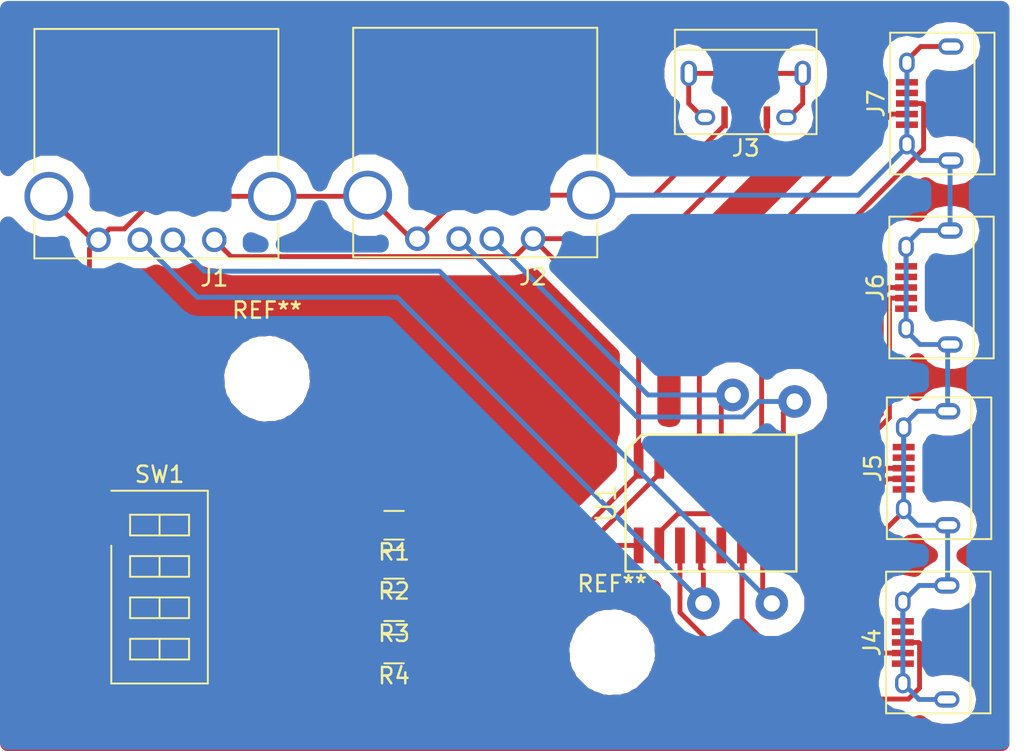
<source format=kicad_pcb>
(kicad_pcb (version 4) (host pcbnew 4.0.7)

  (general
    (links 59)
    (no_connects 0)
    (area 70 41.095 257.320001 104.081088)
    (thickness 1.6)
    (drawings 0)
    (tracks 200)
    (zones 0)
    (modules 15)
    (nets 31)
  )

  (page A4)
  (layers
    (0 F.Cu signal)
    (31 B.Cu signal)
    (32 B.Adhes user)
    (33 F.Adhes user)
    (34 B.Paste user)
    (35 F.Paste user)
    (36 B.SilkS user)
    (37 F.SilkS user)
    (38 B.Mask user)
    (39 F.Mask user)
    (40 Dwgs.User user)
    (41 Cmts.User user)
    (42 Eco1.User user)
    (43 Eco2.User user)
    (44 Edge.Cuts user)
    (45 Margin user)
    (46 B.CrtYd user)
    (47 F.CrtYd user)
    (48 B.Fab user)
    (49 F.Fab user)
  )

  (setup
    (last_trace_width 0.25)
    (trace_clearance 0.2)
    (zone_clearance 1)
    (zone_45_only no)
    (trace_min 0.2)
    (segment_width 0.2)
    (edge_width 0.15)
    (via_size 0.6)
    (via_drill 0.4)
    (via_min_size 0.4)
    (via_min_drill 0.3)
    (uvia_size 0.3)
    (uvia_drill 0.1)
    (uvias_allowed no)
    (uvia_min_size 0.2)
    (uvia_min_drill 0.1)
    (pcb_text_width 0.3)
    (pcb_text_size 1.5 1.5)
    (mod_edge_width 0.15)
    (mod_text_size 1 1)
    (mod_text_width 0.15)
    (pad_size 1.524 1.524)
    (pad_drill 0.762)
    (pad_to_mask_clearance 0.2)
    (aux_axis_origin 0 0)
    (visible_elements 7FFFFFFF)
    (pcbplotparams
      (layerselection 0x00000_00000001)
      (usegerberextensions false)
      (excludeedgelayer true)
      (linewidth 2.000000)
      (plotframeref false)
      (viasonmask false)
      (mode 1)
      (useauxorigin false)
      (hpglpennumber 1)
      (hpglpenspeed 20)
      (hpglpendiameter 15)
      (hpglpenoverlay 2)
      (psnegative false)
      (psa4output false)
      (plotreference true)
      (plotvalue true)
      (plotinvisibletext false)
      (padsonsilk false)
      (subtractmaskfromsilk false)
      (outputformat 4)
      (mirror false)
      (drillshape 2)
      (scaleselection 1)
      (outputdirectory output.d))
  )

  (net 0 "")
  (net 1 "Net-(J1-Pad3)")
  (net 2 "Net-(J1-Pad2)")
  (net 3 "Net-(J2-Pad3)")
  (net 4 "Net-(J2-Pad2)")
  (net 5 VBUS)
  (net 6 "Net-(J3-Pad2)")
  (net 7 "Net-(J3-Pad3)")
  (net 8 "Net-(J3-Pad4)")
  (net 9 GND)
  (net 10 "Net-(J3-Pad6)")
  (net 11 "Net-(J4-Pad1)")
  (net 12 "Net-(J4-Pad2)")
  (net 13 "Net-(J4-Pad3)")
  (net 14 "Net-(J4-Pad4)")
  (net 15 "Net-(J5-Pad1)")
  (net 16 "Net-(J5-Pad2)")
  (net 17 "Net-(J5-Pad3)")
  (net 18 "Net-(J5-Pad4)")
  (net 19 "Net-(J6-Pad1)")
  (net 20 "Net-(J6-Pad2)")
  (net 21 "Net-(J6-Pad3)")
  (net 22 "Net-(J6-Pad4)")
  (net 23 "Net-(J7-Pad1)")
  (net 24 "Net-(J7-Pad2)")
  (net 25 "Net-(J7-Pad3)")
  (net 26 "Net-(J7-Pad4)")
  (net 27 "Net-(R1-Pad2)")
  (net 28 "Net-(R2-Pad2)")
  (net 29 "Net-(R3-Pad2)")
  (net 30 "Net-(R4-Pad2)")

  (net_class Default 这是默认网络组.
    (clearance 0.2)
    (trace_width 0.25)
    (via_dia 0.6)
    (via_drill 0.4)
    (uvia_dia 0.3)
    (uvia_drill 0.1)
  )

  (net_class testing ""
    (clearance 0.2)
    (trace_width 0.3)
    (via_dia 2)
    (via_drill 1)
    (uvia_dia 0.3)
    (uvia_drill 0.1)
    (add_net GND)
    (add_net "Net-(J1-Pad2)")
    (add_net "Net-(J1-Pad3)")
    (add_net "Net-(J2-Pad2)")
    (add_net "Net-(J2-Pad3)")
    (add_net "Net-(J3-Pad2)")
    (add_net "Net-(J3-Pad3)")
    (add_net "Net-(J3-Pad4)")
    (add_net "Net-(J3-Pad6)")
    (add_net "Net-(J4-Pad1)")
    (add_net "Net-(J4-Pad2)")
    (add_net "Net-(J4-Pad3)")
    (add_net "Net-(J4-Pad4)")
    (add_net "Net-(J5-Pad1)")
    (add_net "Net-(J5-Pad2)")
    (add_net "Net-(J5-Pad3)")
    (add_net "Net-(J5-Pad4)")
    (add_net "Net-(J6-Pad1)")
    (add_net "Net-(J6-Pad2)")
    (add_net "Net-(J6-Pad3)")
    (add_net "Net-(J6-Pad4)")
    (add_net "Net-(J7-Pad1)")
    (add_net "Net-(J7-Pad2)")
    (add_net "Net-(J7-Pad3)")
    (add_net "Net-(J7-Pad4)")
    (add_net "Net-(R1-Pad2)")
    (add_net "Net-(R2-Pad2)")
    (add_net "Net-(R3-Pad2)")
    (add_net "Net-(R4-Pad2)")
    (add_net VBUS)
  )

  (module Buttons_Switches_SMD:SW_DIP_x4_W8.61mm_Slide_LowProfile (layer F.Cu) (tedit 59F45E94) (tstamp 5AA5CE10)
    (at 79.8 94)
    (descr "4x-dip-switch, Slide, row spacing 8.61 mm (338 mils), SMD, LowProfile")
    (tags "DIP Switch Slide 8.61mm 338mil SMD LowProfile")
    (path /5A9B5ED1)
    (attr smd)
    (fp_text reference SW1 (at 0 -6.92) (layer F.SilkS)
      (effects (font (size 1 1) (thickness 0.15)))
    )
    (fp_text value SW_DIP_x04 (at 0 6.92) (layer F.Fab)
      (effects (font (size 1 1) (thickness 0.15)))
    )
    (fp_line (start -2.34 -5.86) (end 3.34 -5.86) (layer F.Fab) (width 0.1))
    (fp_line (start 3.34 -5.86) (end 3.34 5.86) (layer F.Fab) (width 0.1))
    (fp_line (start 3.34 5.86) (end -3.34 5.86) (layer F.Fab) (width 0.1))
    (fp_line (start -3.34 5.86) (end -3.34 -4.86) (layer F.Fab) (width 0.1))
    (fp_line (start -3.34 -4.86) (end -2.34 -5.86) (layer F.Fab) (width 0.1))
    (fp_line (start -1.81 -4.445) (end -1.81 -3.175) (layer F.Fab) (width 0.1))
    (fp_line (start -1.81 -3.175) (end 1.81 -3.175) (layer F.Fab) (width 0.1))
    (fp_line (start 1.81 -3.175) (end 1.81 -4.445) (layer F.Fab) (width 0.1))
    (fp_line (start 1.81 -4.445) (end -1.81 -4.445) (layer F.Fab) (width 0.1))
    (fp_line (start 0 -4.445) (end 0 -3.175) (layer F.Fab) (width 0.1))
    (fp_line (start -1.81 -1.905) (end -1.81 -0.635) (layer F.Fab) (width 0.1))
    (fp_line (start -1.81 -0.635) (end 1.81 -0.635) (layer F.Fab) (width 0.1))
    (fp_line (start 1.81 -0.635) (end 1.81 -1.905) (layer F.Fab) (width 0.1))
    (fp_line (start 1.81 -1.905) (end -1.81 -1.905) (layer F.Fab) (width 0.1))
    (fp_line (start 0 -1.905) (end 0 -0.635) (layer F.Fab) (width 0.1))
    (fp_line (start -1.81 0.635) (end -1.81 1.905) (layer F.Fab) (width 0.1))
    (fp_line (start -1.81 1.905) (end 1.81 1.905) (layer F.Fab) (width 0.1))
    (fp_line (start 1.81 1.905) (end 1.81 0.635) (layer F.Fab) (width 0.1))
    (fp_line (start 1.81 0.635) (end -1.81 0.635) (layer F.Fab) (width 0.1))
    (fp_line (start 0 0.635) (end 0 1.905) (layer F.Fab) (width 0.1))
    (fp_line (start -1.81 3.175) (end -1.81 4.445) (layer F.Fab) (width 0.1))
    (fp_line (start -1.81 4.445) (end 1.81 4.445) (layer F.Fab) (width 0.1))
    (fp_line (start 1.81 4.445) (end 1.81 3.175) (layer F.Fab) (width 0.1))
    (fp_line (start 1.81 3.175) (end -1.81 3.175) (layer F.Fab) (width 0.1))
    (fp_line (start 0 3.175) (end 0 4.445) (layer F.Fab) (width 0.1))
    (fp_line (start -2.965 -5.92) (end 2.965 -5.92) (layer F.SilkS) (width 0.12))
    (fp_line (start 2.965 -5.92) (end 2.965 5.92) (layer F.SilkS) (width 0.12))
    (fp_line (start 2.965 5.92) (end -2.965 5.92) (layer F.SilkS) (width 0.12))
    (fp_line (start -2.965 5.92) (end -2.965 -2.54) (layer F.SilkS) (width 0.12))
    (fp_line (start -1.81 -4.445) (end -1.81 -3.175) (layer F.SilkS) (width 0.12))
    (fp_line (start -1.81 -3.175) (end 1.81 -3.175) (layer F.SilkS) (width 0.12))
    (fp_line (start 1.81 -3.175) (end 1.81 -4.445) (layer F.SilkS) (width 0.12))
    (fp_line (start 1.81 -4.445) (end -1.81 -4.445) (layer F.SilkS) (width 0.12))
    (fp_line (start 0 -4.445) (end 0 -3.175) (layer F.SilkS) (width 0.12))
    (fp_line (start -1.81 -1.905) (end -1.81 -0.635) (layer F.SilkS) (width 0.12))
    (fp_line (start -1.81 -0.635) (end 1.81 -0.635) (layer F.SilkS) (width 0.12))
    (fp_line (start 1.81 -0.635) (end 1.81 -1.905) (layer F.SilkS) (width 0.12))
    (fp_line (start 1.81 -1.905) (end -1.81 -1.905) (layer F.SilkS) (width 0.12))
    (fp_line (start 0 -1.905) (end 0 -0.635) (layer F.SilkS) (width 0.12))
    (fp_line (start -1.81 0.635) (end -1.81 1.905) (layer F.SilkS) (width 0.12))
    (fp_line (start -1.81 1.905) (end 1.81 1.905) (layer F.SilkS) (width 0.12))
    (fp_line (start 1.81 1.905) (end 1.81 0.635) (layer F.SilkS) (width 0.12))
    (fp_line (start 1.81 0.635) (end -1.81 0.635) (layer F.SilkS) (width 0.12))
    (fp_line (start 0 0.635) (end 0 1.905) (layer F.SilkS) (width 0.12))
    (fp_line (start -1.81 3.175) (end -1.81 4.445) (layer F.SilkS) (width 0.12))
    (fp_line (start -1.81 4.445) (end 1.81 4.445) (layer F.SilkS) (width 0.12))
    (fp_line (start 1.81 4.445) (end 1.81 3.175) (layer F.SilkS) (width 0.12))
    (fp_line (start 1.81 3.175) (end -1.81 3.175) (layer F.SilkS) (width 0.12))
    (fp_line (start 0 3.175) (end 0 4.445) (layer F.SilkS) (width 0.12))
    (fp_line (start -5.8 -6.2) (end -5.8 6.2) (layer F.CrtYd) (width 0.05))
    (fp_line (start -5.8 6.2) (end 5.8 6.2) (layer F.CrtYd) (width 0.05))
    (fp_line (start 5.8 6.2) (end 5.8 -6.2) (layer F.CrtYd) (width 0.05))
    (fp_line (start 5.8 -6.2) (end -5.8 -6.2) (layer F.CrtYd) (width 0.05))
    (fp_text user %R (at 2.575 0 90) (layer F.Fab)
      (effects (font (size 0.8 0.8) (thickness 0.15)))
    )
    (pad 1 smd rect (at -4.305 -3.81) (size 2.44 1.12) (layers F.Cu F.Paste F.Mask)
      (net 9 GND))
    (pad 5 smd rect (at 4.305 3.81) (size 2.44 1.12) (layers F.Cu F.Paste F.Mask)
      (net 30 "Net-(R4-Pad2)"))
    (pad 2 smd rect (at -4.305 -1.27) (size 2.44 1.12) (layers F.Cu F.Paste F.Mask)
      (net 9 GND))
    (pad 6 smd rect (at 4.305 1.27) (size 2.44 1.12) (layers F.Cu F.Paste F.Mask)
      (net 29 "Net-(R3-Pad2)"))
    (pad 3 smd rect (at -4.305 1.27) (size 2.44 1.12) (layers F.Cu F.Paste F.Mask)
      (net 9 GND))
    (pad 7 smd rect (at 4.305 -1.27) (size 2.44 1.12) (layers F.Cu F.Paste F.Mask)
      (net 28 "Net-(R2-Pad2)"))
    (pad 4 smd rect (at -4.305 3.81) (size 2.44 1.12) (layers F.Cu F.Paste F.Mask)
      (net 9 GND))
    (pad 8 smd rect (at 4.305 -3.81) (size 2.44 1.12) (layers F.Cu F.Paste F.Mask)
      (net 27 "Net-(R1-Pad2)"))
    (model ${KISYS3DMOD}/Buttons_Switches_SMD.3dshapes/SW_DIP_x4_W8.61mm_Slide_LowProfile.wrl
      (at (xyz 0 0 0))
      (scale (xyz 1 1 1))
      (rotate (xyz 0 0 0))
    )
  )

  (module Mounting_Holes:MountingHole_3.2mm_M3 (layer F.Cu) (tedit 56D1B4CB) (tstamp 5A9E8E5E)
    (at 86.4 81.2)
    (descr "Mounting Hole 3.2mm, no annular, M3")
    (tags "mounting hole 3.2mm no annular m3")
    (attr virtual)
    (fp_text reference REF** (at 0 -4.2) (layer F.SilkS)
      (effects (font (size 1 1) (thickness 0.15)))
    )
    (fp_text value MountingHole_3.2mm_M3 (at 0 4.2) (layer F.Fab)
      (effects (font (size 1 1) (thickness 0.15)))
    )
    (fp_text user %R (at 0.3 0) (layer F.Fab)
      (effects (font (size 1 1) (thickness 0.15)))
    )
    (fp_circle (center 0 0) (end 3.2 0) (layer Cmts.User) (width 0.15))
    (fp_circle (center 0 0) (end 3.45 0) (layer F.CrtYd) (width 0.05))
    (pad 1 np_thru_hole circle (at 0 0) (size 3.2 3.2) (drill 3.2) (layers *.Cu *.Mask))
  )

  (module Connectors:USB_A (layer F.Cu) (tedit 5543E289) (tstamp 5A9B5561)
    (at 83.16 72.67 180)
    (descr "USB A connector")
    (tags "USB USB_A")
    (path /5A9B53A4)
    (fp_text reference J1 (at 0 -2.35 180) (layer F.SilkS)
      (effects (font (size 1 1) (thickness 0.15)))
    )
    (fp_text value USB_A (at 3.84 7.44 180) (layer F.Fab)
      (effects (font (size 1 1) (thickness 0.15)))
    )
    (fp_line (start -5.3 13.2) (end -5.3 -1.4) (layer F.CrtYd) (width 0.05))
    (fp_line (start 11.95 -1.4) (end 11.95 13.2) (layer F.CrtYd) (width 0.05))
    (fp_line (start -5.3 13.2) (end 11.95 13.2) (layer F.CrtYd) (width 0.05))
    (fp_line (start -5.3 -1.4) (end 11.95 -1.4) (layer F.CrtYd) (width 0.05))
    (fp_line (start 11.05 -1.14) (end 11.05 1.19) (layer F.SilkS) (width 0.12))
    (fp_line (start -3.94 -1.14) (end -3.94 0.98) (layer F.SilkS) (width 0.12))
    (fp_line (start 11.05 -1.14) (end -3.94 -1.14) (layer F.SilkS) (width 0.12))
    (fp_line (start 11.05 12.95) (end -3.94 12.95) (layer F.SilkS) (width 0.12))
    (fp_line (start 11.05 4.15) (end 11.05 12.95) (layer F.SilkS) (width 0.12))
    (fp_line (start -3.94 4.35) (end -3.94 12.95) (layer F.SilkS) (width 0.12))
    (pad 4 thru_hole circle (at 7.11 0 90) (size 1.5 1.5) (drill 1) (layers *.Cu *.Mask)
      (net 9 GND))
    (pad 3 thru_hole circle (at 4.57 0 90) (size 1.5 1.5) (drill 1) (layers *.Cu *.Mask)
      (net 1 "Net-(J1-Pad3)"))
    (pad 2 thru_hole circle (at 2.54 0 90) (size 1.5 1.5) (drill 1) (layers *.Cu *.Mask)
      (net 2 "Net-(J1-Pad2)"))
    (pad 1 thru_hole circle (at 0 0 90) (size 1.5 1.5) (drill 1) (layers *.Cu *.Mask)
      (net 5 VBUS))
    (pad 5 thru_hole circle (at 10.16 2.67 90) (size 3 3) (drill 2.3) (layers *.Cu *.Mask)
      (net 9 GND))
    (pad 5 thru_hole circle (at -3.56 2.67 90) (size 3 3) (drill 2.3) (layers *.Cu *.Mask)
      (net 9 GND))
    (model ${KISYS3DMOD}/Connectors.3dshapes/USB_A.wrl
      (at (xyz 0.14 0 0))
      (scale (xyz 1 1 1))
      (rotate (xyz 0 0 90))
    )
  )

  (module Connectors:USB_A (layer F.Cu) (tedit 5543E289) (tstamp 5A9B5575)
    (at 102.74 72.6 180)
    (descr "USB A connector")
    (tags "USB USB_A")
    (path /5A9B53F7)
    (fp_text reference J2 (at 0 -2.35 180) (layer F.SilkS)
      (effects (font (size 1 1) (thickness 0.15)))
    )
    (fp_text value USB_A (at 3.84 7.44 180) (layer F.Fab)
      (effects (font (size 1 1) (thickness 0.15)))
    )
    (fp_line (start -5.3 13.2) (end -5.3 -1.4) (layer F.CrtYd) (width 0.05))
    (fp_line (start 11.95 -1.4) (end 11.95 13.2) (layer F.CrtYd) (width 0.05))
    (fp_line (start -5.3 13.2) (end 11.95 13.2) (layer F.CrtYd) (width 0.05))
    (fp_line (start -5.3 -1.4) (end 11.95 -1.4) (layer F.CrtYd) (width 0.05))
    (fp_line (start 11.05 -1.14) (end 11.05 1.19) (layer F.SilkS) (width 0.12))
    (fp_line (start -3.94 -1.14) (end -3.94 0.98) (layer F.SilkS) (width 0.12))
    (fp_line (start 11.05 -1.14) (end -3.94 -1.14) (layer F.SilkS) (width 0.12))
    (fp_line (start 11.05 12.95) (end -3.94 12.95) (layer F.SilkS) (width 0.12))
    (fp_line (start 11.05 4.15) (end 11.05 12.95) (layer F.SilkS) (width 0.12))
    (fp_line (start -3.94 4.35) (end -3.94 12.95) (layer F.SilkS) (width 0.12))
    (pad 4 thru_hole circle (at 7.11 0 90) (size 1.5 1.5) (drill 1) (layers *.Cu *.Mask)
      (net 9 GND))
    (pad 3 thru_hole circle (at 4.57 0 90) (size 1.5 1.5) (drill 1) (layers *.Cu *.Mask)
      (net 3 "Net-(J2-Pad3)"))
    (pad 2 thru_hole circle (at 2.54 0 90) (size 1.5 1.5) (drill 1) (layers *.Cu *.Mask)
      (net 4 "Net-(J2-Pad2)"))
    (pad 1 thru_hole circle (at 0 0 90) (size 1.5 1.5) (drill 1) (layers *.Cu *.Mask)
      (net 5 VBUS))
    (pad 5 thru_hole circle (at 10.16 2.67 90) (size 3 3) (drill 2.3) (layers *.Cu *.Mask)
      (net 9 GND))
    (pad 5 thru_hole circle (at -3.56 2.67 90) (size 3 3) (drill 2.3) (layers *.Cu *.Mask)
      (net 9 GND))
    (model ${KISYS3DMOD}/Connectors.3dshapes/USB_A.wrl
      (at (xyz 0.14 0 0))
      (scale (xyz 1 1 1))
      (rotate (xyz 0 0 90))
    )
  )

  (module Resistors_SMD:R_0805 (layer F.Cu) (tedit 58E0A804) (tstamp 5A9B55FE)
    (at 94.2 90.2 180)
    (descr "Resistor SMD 0805, reflow soldering, Vishay (see dcrcw.pdf)")
    (tags "resistor 0805")
    (path /5A9B60D5)
    (attr smd)
    (fp_text reference R1 (at 0 -1.65 180) (layer F.SilkS)
      (effects (font (size 1 1) (thickness 0.15)))
    )
    (fp_text value R-4.7k (at 0 1.75 180) (layer F.Fab)
      (effects (font (size 1 1) (thickness 0.15)))
    )
    (fp_text user %R (at 0 0 180) (layer F.Fab)
      (effects (font (size 0.5 0.5) (thickness 0.075)))
    )
    (fp_line (start -1 0.62) (end -1 -0.62) (layer F.Fab) (width 0.1))
    (fp_line (start 1 0.62) (end -1 0.62) (layer F.Fab) (width 0.1))
    (fp_line (start 1 -0.62) (end 1 0.62) (layer F.Fab) (width 0.1))
    (fp_line (start -1 -0.62) (end 1 -0.62) (layer F.Fab) (width 0.1))
    (fp_line (start 0.6 0.88) (end -0.6 0.88) (layer F.SilkS) (width 0.12))
    (fp_line (start -0.6 -0.88) (end 0.6 -0.88) (layer F.SilkS) (width 0.12))
    (fp_line (start -1.55 -0.9) (end 1.55 -0.9) (layer F.CrtYd) (width 0.05))
    (fp_line (start -1.55 -0.9) (end -1.55 0.9) (layer F.CrtYd) (width 0.05))
    (fp_line (start 1.55 0.9) (end 1.55 -0.9) (layer F.CrtYd) (width 0.05))
    (fp_line (start 1.55 0.9) (end -1.55 0.9) (layer F.CrtYd) (width 0.05))
    (pad 1 smd rect (at -0.95 0 180) (size 0.7 1.3) (layers F.Cu F.Paste F.Mask)
      (net 5 VBUS))
    (pad 2 smd rect (at 0.95 0 180) (size 0.7 1.3) (layers F.Cu F.Paste F.Mask)
      (net 27 "Net-(R1-Pad2)"))
    (model ${KISYS3DMOD}/Resistors_SMD.3dshapes/R_0805.wrl
      (at (xyz 0 0 0))
      (scale (xyz 1 1 1))
      (rotate (xyz 0 0 0))
    )
  )

  (module Resistors_SMD:R_0805 (layer F.Cu) (tedit 58E0A804) (tstamp 5A9B560F)
    (at 94.2 92.6 180)
    (descr "Resistor SMD 0805, reflow soldering, Vishay (see dcrcw.pdf)")
    (tags "resistor 0805")
    (path /5A9B651E)
    (attr smd)
    (fp_text reference R2 (at 0 -1.65 180) (layer F.SilkS)
      (effects (font (size 1 1) (thickness 0.15)))
    )
    (fp_text value R-4.7k (at 0 1.75 180) (layer F.Fab)
      (effects (font (size 1 1) (thickness 0.15)))
    )
    (fp_text user %R (at 0 0 180) (layer F.Fab)
      (effects (font (size 0.5 0.5) (thickness 0.075)))
    )
    (fp_line (start -1 0.62) (end -1 -0.62) (layer F.Fab) (width 0.1))
    (fp_line (start 1 0.62) (end -1 0.62) (layer F.Fab) (width 0.1))
    (fp_line (start 1 -0.62) (end 1 0.62) (layer F.Fab) (width 0.1))
    (fp_line (start -1 -0.62) (end 1 -0.62) (layer F.Fab) (width 0.1))
    (fp_line (start 0.6 0.88) (end -0.6 0.88) (layer F.SilkS) (width 0.12))
    (fp_line (start -0.6 -0.88) (end 0.6 -0.88) (layer F.SilkS) (width 0.12))
    (fp_line (start -1.55 -0.9) (end 1.55 -0.9) (layer F.CrtYd) (width 0.05))
    (fp_line (start -1.55 -0.9) (end -1.55 0.9) (layer F.CrtYd) (width 0.05))
    (fp_line (start 1.55 0.9) (end 1.55 -0.9) (layer F.CrtYd) (width 0.05))
    (fp_line (start 1.55 0.9) (end -1.55 0.9) (layer F.CrtYd) (width 0.05))
    (pad 1 smd rect (at -0.95 0 180) (size 0.7 1.3) (layers F.Cu F.Paste F.Mask)
      (net 5 VBUS))
    (pad 2 smd rect (at 0.95 0 180) (size 0.7 1.3) (layers F.Cu F.Paste F.Mask)
      (net 28 "Net-(R2-Pad2)"))
    (model ${KISYS3DMOD}/Resistors_SMD.3dshapes/R_0805.wrl
      (at (xyz 0 0 0))
      (scale (xyz 1 1 1))
      (rotate (xyz 0 0 0))
    )
  )

  (module Resistors_SMD:R_0805 (layer F.Cu) (tedit 58E0A804) (tstamp 5A9B5620)
    (at 94.2 95.2 180)
    (descr "Resistor SMD 0805, reflow soldering, Vishay (see dcrcw.pdf)")
    (tags "resistor 0805")
    (path /5A9B655C)
    (attr smd)
    (fp_text reference R3 (at 0 -1.65 180) (layer F.SilkS)
      (effects (font (size 1 1) (thickness 0.15)))
    )
    (fp_text value R-4.7k (at 0 1.75 180) (layer F.Fab)
      (effects (font (size 1 1) (thickness 0.15)))
    )
    (fp_text user %R (at 0 0 180) (layer F.Fab)
      (effects (font (size 0.5 0.5) (thickness 0.075)))
    )
    (fp_line (start -1 0.62) (end -1 -0.62) (layer F.Fab) (width 0.1))
    (fp_line (start 1 0.62) (end -1 0.62) (layer F.Fab) (width 0.1))
    (fp_line (start 1 -0.62) (end 1 0.62) (layer F.Fab) (width 0.1))
    (fp_line (start -1 -0.62) (end 1 -0.62) (layer F.Fab) (width 0.1))
    (fp_line (start 0.6 0.88) (end -0.6 0.88) (layer F.SilkS) (width 0.12))
    (fp_line (start -0.6 -0.88) (end 0.6 -0.88) (layer F.SilkS) (width 0.12))
    (fp_line (start -1.55 -0.9) (end 1.55 -0.9) (layer F.CrtYd) (width 0.05))
    (fp_line (start -1.55 -0.9) (end -1.55 0.9) (layer F.CrtYd) (width 0.05))
    (fp_line (start 1.55 0.9) (end 1.55 -0.9) (layer F.CrtYd) (width 0.05))
    (fp_line (start 1.55 0.9) (end -1.55 0.9) (layer F.CrtYd) (width 0.05))
    (pad 1 smd rect (at -0.95 0 180) (size 0.7 1.3) (layers F.Cu F.Paste F.Mask)
      (net 5 VBUS))
    (pad 2 smd rect (at 0.95 0 180) (size 0.7 1.3) (layers F.Cu F.Paste F.Mask)
      (net 29 "Net-(R3-Pad2)"))
    (model ${KISYS3DMOD}/Resistors_SMD.3dshapes/R_0805.wrl
      (at (xyz 0 0 0))
      (scale (xyz 1 1 1))
      (rotate (xyz 0 0 0))
    )
  )

  (module Resistors_SMD:R_0805 (layer F.Cu) (tedit 58E0A804) (tstamp 5A9B5631)
    (at 94.2 97.8 180)
    (descr "Resistor SMD 0805, reflow soldering, Vishay (see dcrcw.pdf)")
    (tags "resistor 0805")
    (path /5A9B65C0)
    (attr smd)
    (fp_text reference R4 (at 0 -1.65 180) (layer F.SilkS)
      (effects (font (size 1 1) (thickness 0.15)))
    )
    (fp_text value R-4.7k (at 0 1.75 180) (layer F.Fab)
      (effects (font (size 1 1) (thickness 0.15)))
    )
    (fp_text user %R (at 0 0 180) (layer F.Fab)
      (effects (font (size 0.5 0.5) (thickness 0.075)))
    )
    (fp_line (start -1 0.62) (end -1 -0.62) (layer F.Fab) (width 0.1))
    (fp_line (start 1 0.62) (end -1 0.62) (layer F.Fab) (width 0.1))
    (fp_line (start 1 -0.62) (end 1 0.62) (layer F.Fab) (width 0.1))
    (fp_line (start -1 -0.62) (end 1 -0.62) (layer F.Fab) (width 0.1))
    (fp_line (start 0.6 0.88) (end -0.6 0.88) (layer F.SilkS) (width 0.12))
    (fp_line (start -0.6 -0.88) (end 0.6 -0.88) (layer F.SilkS) (width 0.12))
    (fp_line (start -1.55 -0.9) (end 1.55 -0.9) (layer F.CrtYd) (width 0.05))
    (fp_line (start -1.55 -0.9) (end -1.55 0.9) (layer F.CrtYd) (width 0.05))
    (fp_line (start 1.55 0.9) (end 1.55 -0.9) (layer F.CrtYd) (width 0.05))
    (fp_line (start 1.55 0.9) (end -1.55 0.9) (layer F.CrtYd) (width 0.05))
    (pad 1 smd rect (at -0.95 0 180) (size 0.7 1.3) (layers F.Cu F.Paste F.Mask)
      (net 5 VBUS))
    (pad 2 smd rect (at 0.95 0 180) (size 0.7 1.3) (layers F.Cu F.Paste F.Mask)
      (net 30 "Net-(R4-Pad2)"))
    (model ${KISYS3DMOD}/Resistors_SMD.3dshapes/R_0805.wrl
      (at (xyz 0 0 0))
      (scale (xyz 1 1 1))
      (rotate (xyz 0 0 0))
    )
  )

  (module lib:ch440g (layer F.Cu) (tedit 5A8FC6CF) (tstamp 5A9B5689)
    (at 113.665 88.84)
    (path /5A9B5242)
    (fp_text reference U1 (at -6.445 0 90) (layer F.SilkS)
      (effects (font (size 1.2 1.2) (thickness 0.15)))
    )
    (fp_text value CH440G (at 0 0) (layer F.Fab)
      (effects (font (size 1.2 1.2) (thickness 0.15)))
    )
    (fp_line (start -4.245 -4.2) (end -5.245 -3.2) (layer F.SilkS) (width 0.15))
    (fp_line (start -5.245 -3.2) (end -5.245 4.2) (layer F.SilkS) (width 0.15))
    (fp_line (start -5.245 4.2) (end 5.245 4.2) (layer F.SilkS) (width 0.15))
    (fp_line (start 5.245 4.2) (end 5.245 -4.2) (layer F.SilkS) (width 0.15))
    (fp_line (start 5.245 -4.2) (end -4.245 -4.2) (layer F.SilkS) (width 0.15))
    (pad 16 smd rect (at -4.445 -2.6) (size 0.6 2.2) (layers F.Cu F.Paste F.Mask)
      (net 5 VBUS))
    (pad 1 smd rect (at -4.445 2.6) (size 0.6 2.2) (layers F.Cu F.Paste F.Mask)
      (net 27 "Net-(R1-Pad2)"))
    (pad 15 smd rect (at -3.175 -2.6) (size 0.6 2.2) (layers F.Cu F.Paste F.Mask)
      (net 30 "Net-(R4-Pad2)"))
    (pad 2 smd rect (at -3.175 2.6) (size 0.6 2.2) (layers F.Cu F.Paste F.Mask)
      (net 17 "Net-(J5-Pad3)"))
    (pad 14 smd rect (at -1.905 -2.6) (size 0.6 2.2) (layers F.Cu F.Paste F.Mask)
      (net 20 "Net-(J6-Pad2)"))
    (pad 3 smd rect (at -1.905 2.6) (size 0.6 2.2) (layers F.Cu F.Paste F.Mask)
      (net 13 "Net-(J4-Pad3)"))
    (pad 13 smd rect (at -0.635 -2.6) (size 0.6 2.2) (layers F.Cu F.Paste F.Mask)
      (net 24 "Net-(J7-Pad2)"))
    (pad 4 smd rect (at -0.635 2.6) (size 0.6 2.2) (layers F.Cu F.Paste F.Mask)
      (net 1 "Net-(J1-Pad3)"))
    (pad 12 smd rect (at 0.635 -2.6) (size 0.6 2.2) (layers F.Cu F.Paste F.Mask)
      (net 4 "Net-(J2-Pad2)"))
    (pad 5 smd rect (at 0.635 2.6) (size 0.6 2.2) (layers F.Cu F.Paste F.Mask)
      (net 16 "Net-(J5-Pad2)"))
    (pad 11 smd rect (at 1.905 -2.6) (size 0.6 2.2) (layers F.Cu F.Paste F.Mask)
      (net 21 "Net-(J6-Pad3)"))
    (pad 6 smd rect (at 1.905 2.6) (size 0.6 2.2) (layers F.Cu F.Paste F.Mask)
      (net 12 "Net-(J4-Pad2)"))
    (pad 10 smd rect (at 3.175 -2.6) (size 0.6 2.2) (layers F.Cu F.Paste F.Mask)
      (net 25 "Net-(J7-Pad3)"))
    (pad 7 smd rect (at 3.175 2.6) (size 0.6 2.2) (layers F.Cu F.Paste F.Mask)
      (net 2 "Net-(J1-Pad2)"))
    (pad 9 smd rect (at 4.445 -2.6) (size 0.6 2.2) (layers F.Cu F.Paste F.Mask)
      (net 3 "Net-(J2-Pad3)"))
    (pad 8 smd rect (at 4.445 2.6) (size 0.6 2.2) (layers F.Cu F.Paste F.Mask)
      (net 9 GND))
  )

  (module Connectors:USB_Micro-B (layer F.Cu) (tedit 5543E447) (tstamp 5A9B5836)
    (at 115.8 63.8 180)
    (descr "Micro USB Type B Receptacle")
    (tags "USB USB_B USB_micro USB_OTG")
    (path /5A9B716A)
    (attr smd)
    (fp_text reference J3 (at 0 -3.24 180) (layer F.SilkS)
      (effects (font (size 1 1) (thickness 0.15)))
    )
    (fp_text value USB_OTG (at 0 5.01 180) (layer F.Fab)
      (effects (font (size 1 1) (thickness 0.15)))
    )
    (fp_line (start -4.6 -2.59) (end 4.6 -2.59) (layer F.CrtYd) (width 0.05))
    (fp_line (start 4.6 -2.59) (end 4.6 4.26) (layer F.CrtYd) (width 0.05))
    (fp_line (start 4.6 4.26) (end -4.6 4.26) (layer F.CrtYd) (width 0.05))
    (fp_line (start -4.6 4.26) (end -4.6 -2.59) (layer F.CrtYd) (width 0.05))
    (fp_line (start -4.35 4.03) (end 4.35 4.03) (layer F.SilkS) (width 0.12))
    (fp_line (start -4.35 -2.38) (end 4.35 -2.38) (layer F.SilkS) (width 0.12))
    (fp_line (start 4.35 -2.38) (end 4.35 4.03) (layer F.SilkS) (width 0.12))
    (fp_line (start 4.35 2.8) (end -4.35 2.8) (layer F.SilkS) (width 0.12))
    (fp_line (start -4.35 4.03) (end -4.35 -2.38) (layer F.SilkS) (width 0.12))
    (pad 1 smd rect (at -1.3 -1.35 270) (size 1.35 0.4) (layers F.Cu F.Paste F.Mask)
      (net 5 VBUS))
    (pad 2 smd rect (at -0.65 -1.35 270) (size 1.35 0.4) (layers F.Cu F.Paste F.Mask)
      (net 6 "Net-(J3-Pad2)"))
    (pad 3 smd rect (at 0 -1.35 270) (size 1.35 0.4) (layers F.Cu F.Paste F.Mask)
      (net 7 "Net-(J3-Pad3)"))
    (pad 4 smd rect (at 0.65 -1.35 270) (size 1.35 0.4) (layers F.Cu F.Paste F.Mask)
      (net 8 "Net-(J3-Pad4)"))
    (pad 5 smd rect (at 1.3 -1.35 270) (size 1.35 0.4) (layers F.Cu F.Paste F.Mask)
      (net 9 GND))
    (pad 6 thru_hole oval (at -2.5 -1.35 270) (size 0.95 1.25) (drill oval 0.55 0.85) (layers *.Cu *.Mask)
      (net 10 "Net-(J3-Pad6)"))
    (pad 6 thru_hole oval (at 2.5 -1.35 270) (size 0.95 1.25) (drill oval 0.55 0.85) (layers *.Cu *.Mask)
      (net 10 "Net-(J3-Pad6)"))
    (pad 6 thru_hole oval (at -3.5 1.35 270) (size 1.55 1) (drill oval 1.15 0.5) (layers *.Cu *.Mask)
      (net 10 "Net-(J3-Pad6)"))
    (pad 6 thru_hole oval (at 3.5 1.35 270) (size 1.55 1) (drill oval 1.15 0.5) (layers *.Cu *.Mask)
      (net 10 "Net-(J3-Pad6)"))
  )

  (module Connectors:USB_Micro-B (layer F.Cu) (tedit 5543E447) (tstamp 5A9B593A)
    (at 126.8 97.4 90)
    (descr "Micro USB Type B Receptacle")
    (tags "USB USB_B USB_micro USB_OTG")
    (path /5A9B5433)
    (attr smd)
    (fp_text reference J4 (at 0 -3.24 90) (layer F.SilkS)
      (effects (font (size 1 1) (thickness 0.15)))
    )
    (fp_text value USB_OTG (at 0 5.01 90) (layer F.Fab)
      (effects (font (size 1 1) (thickness 0.15)))
    )
    (fp_line (start -4.6 -2.59) (end 4.6 -2.59) (layer F.CrtYd) (width 0.05))
    (fp_line (start 4.6 -2.59) (end 4.6 4.26) (layer F.CrtYd) (width 0.05))
    (fp_line (start 4.6 4.26) (end -4.6 4.26) (layer F.CrtYd) (width 0.05))
    (fp_line (start -4.6 4.26) (end -4.6 -2.59) (layer F.CrtYd) (width 0.05))
    (fp_line (start -4.35 4.03) (end 4.35 4.03) (layer F.SilkS) (width 0.12))
    (fp_line (start -4.35 -2.38) (end 4.35 -2.38) (layer F.SilkS) (width 0.12))
    (fp_line (start 4.35 -2.38) (end 4.35 4.03) (layer F.SilkS) (width 0.12))
    (fp_line (start 4.35 2.8) (end -4.35 2.8) (layer F.SilkS) (width 0.12))
    (fp_line (start -4.35 4.03) (end -4.35 -2.38) (layer F.SilkS) (width 0.12))
    (pad 1 smd rect (at -1.3 -1.35 180) (size 1.35 0.4) (layers F.Cu F.Paste F.Mask)
      (net 11 "Net-(J4-Pad1)"))
    (pad 2 smd rect (at -0.65 -1.35 180) (size 1.35 0.4) (layers F.Cu F.Paste F.Mask)
      (net 12 "Net-(J4-Pad2)"))
    (pad 3 smd rect (at 0 -1.35 180) (size 1.35 0.4) (layers F.Cu F.Paste F.Mask)
      (net 13 "Net-(J4-Pad3)"))
    (pad 4 smd rect (at 0.65 -1.35 180) (size 1.35 0.4) (layers F.Cu F.Paste F.Mask)
      (net 14 "Net-(J4-Pad4)"))
    (pad 5 smd rect (at 1.3 -1.35 180) (size 1.35 0.4) (layers F.Cu F.Paste F.Mask)
      (net 9 GND))
    (pad 6 thru_hole oval (at -2.5 -1.35 180) (size 0.95 1.25) (drill oval 0.55 0.85) (layers *.Cu *.Mask)
      (net 9 GND))
    (pad 6 thru_hole oval (at 2.5 -1.35 180) (size 0.95 1.25) (drill oval 0.55 0.85) (layers *.Cu *.Mask)
      (net 9 GND))
    (pad 6 thru_hole oval (at -3.5 1.35 180) (size 1.55 1) (drill oval 1.15 0.5) (layers *.Cu *.Mask)
      (net 9 GND))
    (pad 6 thru_hole oval (at 3.5 1.35 180) (size 1.55 1) (drill oval 1.15 0.5) (layers *.Cu *.Mask)
      (net 9 GND))
  )

  (module Connectors:USB_Micro-B (layer F.Cu) (tedit 5543E447) (tstamp 5A9B5950)
    (at 126.85 86.7 90)
    (descr "Micro USB Type B Receptacle")
    (tags "USB USB_B USB_micro USB_OTG")
    (path /5A9B5474)
    (attr smd)
    (fp_text reference J5 (at 0 -3.24 90) (layer F.SilkS)
      (effects (font (size 1 1) (thickness 0.15)))
    )
    (fp_text value USB_OTG (at 0 5.01 90) (layer F.Fab)
      (effects (font (size 1 1) (thickness 0.15)))
    )
    (fp_line (start -4.6 -2.59) (end 4.6 -2.59) (layer F.CrtYd) (width 0.05))
    (fp_line (start 4.6 -2.59) (end 4.6 4.26) (layer F.CrtYd) (width 0.05))
    (fp_line (start 4.6 4.26) (end -4.6 4.26) (layer F.CrtYd) (width 0.05))
    (fp_line (start -4.6 4.26) (end -4.6 -2.59) (layer F.CrtYd) (width 0.05))
    (fp_line (start -4.35 4.03) (end 4.35 4.03) (layer F.SilkS) (width 0.12))
    (fp_line (start -4.35 -2.38) (end 4.35 -2.38) (layer F.SilkS) (width 0.12))
    (fp_line (start 4.35 -2.38) (end 4.35 4.03) (layer F.SilkS) (width 0.12))
    (fp_line (start 4.35 2.8) (end -4.35 2.8) (layer F.SilkS) (width 0.12))
    (fp_line (start -4.35 4.03) (end -4.35 -2.38) (layer F.SilkS) (width 0.12))
    (pad 1 smd rect (at -1.3 -1.35 180) (size 1.35 0.4) (layers F.Cu F.Paste F.Mask)
      (net 15 "Net-(J5-Pad1)"))
    (pad 2 smd rect (at -0.65 -1.35 180) (size 1.35 0.4) (layers F.Cu F.Paste F.Mask)
      (net 16 "Net-(J5-Pad2)"))
    (pad 3 smd rect (at 0 -1.35 180) (size 1.35 0.4) (layers F.Cu F.Paste F.Mask)
      (net 17 "Net-(J5-Pad3)"))
    (pad 4 smd rect (at 0.65 -1.35 180) (size 1.35 0.4) (layers F.Cu F.Paste F.Mask)
      (net 18 "Net-(J5-Pad4)"))
    (pad 5 smd rect (at 1.3 -1.35 180) (size 1.35 0.4) (layers F.Cu F.Paste F.Mask)
      (net 9 GND))
    (pad 6 thru_hole oval (at -2.5 -1.35 180) (size 0.95 1.25) (drill oval 0.55 0.85) (layers *.Cu *.Mask)
      (net 9 GND))
    (pad 6 thru_hole oval (at 2.5 -1.35 180) (size 0.95 1.25) (drill oval 0.55 0.85) (layers *.Cu *.Mask)
      (net 9 GND))
    (pad 6 thru_hole oval (at -3.5 1.35 180) (size 1.55 1) (drill oval 1.15 0.5) (layers *.Cu *.Mask)
      (net 9 GND))
    (pad 6 thru_hole oval (at 3.5 1.35 180) (size 1.55 1) (drill oval 1.15 0.5) (layers *.Cu *.Mask)
      (net 9 GND))
  )

  (module Connectors:USB_Micro-B (layer F.Cu) (tedit 5543E447) (tstamp 5A9B5966)
    (at 127 75.6 90)
    (descr "Micro USB Type B Receptacle")
    (tags "USB USB_B USB_micro USB_OTG")
    (path /5A9B54B3)
    (attr smd)
    (fp_text reference J6 (at 0 -3.24 90) (layer F.SilkS)
      (effects (font (size 1 1) (thickness 0.15)))
    )
    (fp_text value USB_OTG (at 0 5.01 90) (layer F.Fab)
      (effects (font (size 1 1) (thickness 0.15)))
    )
    (fp_line (start -4.6 -2.59) (end 4.6 -2.59) (layer F.CrtYd) (width 0.05))
    (fp_line (start 4.6 -2.59) (end 4.6 4.26) (layer F.CrtYd) (width 0.05))
    (fp_line (start 4.6 4.26) (end -4.6 4.26) (layer F.CrtYd) (width 0.05))
    (fp_line (start -4.6 4.26) (end -4.6 -2.59) (layer F.CrtYd) (width 0.05))
    (fp_line (start -4.35 4.03) (end 4.35 4.03) (layer F.SilkS) (width 0.12))
    (fp_line (start -4.35 -2.38) (end 4.35 -2.38) (layer F.SilkS) (width 0.12))
    (fp_line (start 4.35 -2.38) (end 4.35 4.03) (layer F.SilkS) (width 0.12))
    (fp_line (start 4.35 2.8) (end -4.35 2.8) (layer F.SilkS) (width 0.12))
    (fp_line (start -4.35 4.03) (end -4.35 -2.38) (layer F.SilkS) (width 0.12))
    (pad 1 smd rect (at -1.3 -1.35 180) (size 1.35 0.4) (layers F.Cu F.Paste F.Mask)
      (net 19 "Net-(J6-Pad1)"))
    (pad 2 smd rect (at -0.65 -1.35 180) (size 1.35 0.4) (layers F.Cu F.Paste F.Mask)
      (net 20 "Net-(J6-Pad2)"))
    (pad 3 smd rect (at 0 -1.35 180) (size 1.35 0.4) (layers F.Cu F.Paste F.Mask)
      (net 21 "Net-(J6-Pad3)"))
    (pad 4 smd rect (at 0.65 -1.35 180) (size 1.35 0.4) (layers F.Cu F.Paste F.Mask)
      (net 22 "Net-(J6-Pad4)"))
    (pad 5 smd rect (at 1.3 -1.35 180) (size 1.35 0.4) (layers F.Cu F.Paste F.Mask)
      (net 9 GND))
    (pad 6 thru_hole oval (at -2.5 -1.35 180) (size 0.95 1.25) (drill oval 0.55 0.85) (layers *.Cu *.Mask)
      (net 9 GND))
    (pad 6 thru_hole oval (at 2.5 -1.35 180) (size 0.95 1.25) (drill oval 0.55 0.85) (layers *.Cu *.Mask)
      (net 9 GND))
    (pad 6 thru_hole oval (at -3.5 1.35 180) (size 1.55 1) (drill oval 1.15 0.5) (layers *.Cu *.Mask)
      (net 9 GND))
    (pad 6 thru_hole oval (at 3.5 1.35 180) (size 1.55 1) (drill oval 1.15 0.5) (layers *.Cu *.Mask)
      (net 9 GND))
  )

  (module Connectors:USB_Micro-B (layer F.Cu) (tedit 5543E447) (tstamp 5A9B597C)
    (at 127.05 64.3 90)
    (descr "Micro USB Type B Receptacle")
    (tags "USB USB_B USB_micro USB_OTG")
    (path /5A9B54FD)
    (attr smd)
    (fp_text reference J7 (at 0 -3.24 90) (layer F.SilkS)
      (effects (font (size 1 1) (thickness 0.15)))
    )
    (fp_text value USB_OTG (at 0 5.01 90) (layer F.Fab)
      (effects (font (size 1 1) (thickness 0.15)))
    )
    (fp_line (start -4.6 -2.59) (end 4.6 -2.59) (layer F.CrtYd) (width 0.05))
    (fp_line (start 4.6 -2.59) (end 4.6 4.26) (layer F.CrtYd) (width 0.05))
    (fp_line (start 4.6 4.26) (end -4.6 4.26) (layer F.CrtYd) (width 0.05))
    (fp_line (start -4.6 4.26) (end -4.6 -2.59) (layer F.CrtYd) (width 0.05))
    (fp_line (start -4.35 4.03) (end 4.35 4.03) (layer F.SilkS) (width 0.12))
    (fp_line (start -4.35 -2.38) (end 4.35 -2.38) (layer F.SilkS) (width 0.12))
    (fp_line (start 4.35 -2.38) (end 4.35 4.03) (layer F.SilkS) (width 0.12))
    (fp_line (start 4.35 2.8) (end -4.35 2.8) (layer F.SilkS) (width 0.12))
    (fp_line (start -4.35 4.03) (end -4.35 -2.38) (layer F.SilkS) (width 0.12))
    (pad 1 smd rect (at -1.3 -1.35 180) (size 1.35 0.4) (layers F.Cu F.Paste F.Mask)
      (net 23 "Net-(J7-Pad1)"))
    (pad 2 smd rect (at -0.65 -1.35 180) (size 1.35 0.4) (layers F.Cu F.Paste F.Mask)
      (net 24 "Net-(J7-Pad2)"))
    (pad 3 smd rect (at 0 -1.35 180) (size 1.35 0.4) (layers F.Cu F.Paste F.Mask)
      (net 25 "Net-(J7-Pad3)"))
    (pad 4 smd rect (at 0.65 -1.35 180) (size 1.35 0.4) (layers F.Cu F.Paste F.Mask)
      (net 26 "Net-(J7-Pad4)"))
    (pad 5 smd rect (at 1.3 -1.35 180) (size 1.35 0.4) (layers F.Cu F.Paste F.Mask)
      (net 9 GND))
    (pad 6 thru_hole oval (at -2.5 -1.35 180) (size 0.95 1.25) (drill oval 0.55 0.85) (layers *.Cu *.Mask)
      (net 9 GND))
    (pad 6 thru_hole oval (at 2.5 -1.35 180) (size 0.95 1.25) (drill oval 0.55 0.85) (layers *.Cu *.Mask)
      (net 9 GND))
    (pad 6 thru_hole oval (at -3.5 1.35 180) (size 1.55 1) (drill oval 1.15 0.5) (layers *.Cu *.Mask)
      (net 9 GND))
    (pad 6 thru_hole oval (at 3.5 1.35 180) (size 1.55 1) (drill oval 1.15 0.5) (layers *.Cu *.Mask)
      (net 9 GND))
  )

  (module Mounting_Holes:MountingHole_3.2mm_M3 (layer F.Cu) (tedit 56D1B4CB) (tstamp 5A9E8E42)
    (at 107.6 98)
    (descr "Mounting Hole 3.2mm, no annular, M3")
    (tags "mounting hole 3.2mm no annular m3")
    (attr virtual)
    (fp_text reference REF** (at 0 -4.2) (layer F.SilkS)
      (effects (font (size 1 1) (thickness 0.15)))
    )
    (fp_text value MountingHole_3.2mm_M3 (at 0 4.2) (layer F.Fab)
      (effects (font (size 1 1) (thickness 0.15)))
    )
    (fp_text user %R (at 0.3 0) (layer F.Fab)
      (effects (font (size 1 1) (thickness 0.15)))
    )
    (fp_circle (center 0 0) (end 3.2 0) (layer Cmts.User) (width 0.15))
    (fp_circle (center 0 0) (end 3.45 0) (layer F.CrtYd) (width 0.05))
    (pad 1 np_thru_hole circle (at 0 0) (size 3.2 3.2) (drill 3.2) (layers *.Cu *.Mask))
  )

  (segment (start 113.2 95) (end 94.4 76.2) (width 0.3) (layer B.Cu) (net 1))
  (segment (start 94.4 76.2) (end 82.12 76.2) (width 0.3) (layer B.Cu) (net 1))
  (segment (start 82.12 76.2) (end 78.59 72.67) (width 0.3) (layer B.Cu) (net 1))
  (segment (start 79.339999 73.419999) (end 78.59 72.67) (width 0.3) (layer B.Cu) (net 1))
  (segment (start 113.03 92.84) (end 113.2 93.01) (width 0.3) (layer F.Cu) (net 1))
  (segment (start 113.2 93.01) (end 113.2 95) (width 0.3) (layer F.Cu) (net 1))
  (segment (start 113.205001 94.994999) (end 113.2 95) (width 0.3) (layer F.Cu) (net 1))
  (via (at 113.2 95) (size 2) (drill 1) (layers F.Cu B.Cu) (net 1))
  (segment (start 113.03 91.44) (end 113.03 92.84) (width 0.3) (layer F.Cu) (net 1))
  (segment (start 113.03 92.84) (end 113.025 92.845) (width 0.3) (layer F.Cu) (net 1))
  (segment (start 117.4 95) (end 97 74.6) (width 0.3) (layer B.Cu) (net 2))
  (segment (start 97 74.6) (end 82.55 74.6) (width 0.3) (layer B.Cu) (net 2))
  (segment (start 82.55 74.6) (end 80.62 72.67) (width 0.3) (layer B.Cu) (net 2))
  (segment (start 116.84 91.44) (end 116.84 94.44) (width 0.3) (layer F.Cu) (net 2))
  (segment (start 116.84 94.44) (end 117.4 95) (width 0.3) (layer F.Cu) (net 2))
  (segment (start 117.44 94.96) (end 117.4 95) (width 0.3) (layer F.Cu) (net 2))
  (via (at 117.4 95) (size 2) (drill 1) (layers F.Cu B.Cu) (net 2))
  (segment (start 118.8 82.6) (end 116.598002 82.6) (width 0.3) (layer B.Cu) (net 3))
  (segment (start 116.598002 82.6) (end 115.648001 83.550001) (width 0.3) (layer B.Cu) (net 3))
  (segment (start 115.648001 83.550001) (end 109.120001 83.550001) (width 0.3) (layer B.Cu) (net 3))
  (segment (start 109.120001 83.550001) (end 98.919999 73.349999) (width 0.3) (layer B.Cu) (net 3))
  (segment (start 98.919999 73.349999) (end 98.17 72.6) (width 0.3) (layer B.Cu) (net 3))
  (segment (start 118.11 86.24) (end 118.11 83.29) (width 0.3) (layer F.Cu) (net 3))
  (segment (start 118.11 83.29) (end 118.8 82.6) (width 0.3) (layer F.Cu) (net 3))
  (segment (start 118.785001 82.614999) (end 118.8 82.6) (width 0.3) (layer F.Cu) (net 3))
  (via (at 118.8 82.6) (size 2) (drill 1) (layers F.Cu B.Cu) (net 3))
  (segment (start 115 82.2) (end 109.8 82.2) (width 0.3) (layer B.Cu) (net 4))
  (segment (start 109.8 82.2) (end 100.2 72.6) (width 0.3) (layer B.Cu) (net 4))
  (segment (start 114.3 86.24) (end 114.3 82.9) (width 0.3) (layer F.Cu) (net 4))
  (segment (start 114.3 82.9) (end 115 82.2) (width 0.3) (layer F.Cu) (net 4))
  (segment (start 114.3 86.24) (end 114.299999 84.839999) (width 0.3) (layer F.Cu) (net 4))
  (via (at 115 82.2) (size 2) (drill 1) (layers F.Cu B.Cu) (net 4))
  (segment (start 109.22 86.24) (end 109.22 87.04) (width 0.3) (layer F.Cu) (net 5))
  (segment (start 109.22 87.04) (end 106.06 90.2) (width 0.3) (layer F.Cu) (net 5))
  (segment (start 95.8 90.2) (end 95.15 90.2) (width 0.3) (layer F.Cu) (net 5))
  (segment (start 106.06 90.2) (end 95.8 90.2) (width 0.3) (layer F.Cu) (net 5))
  (segment (start 95.15 92.6) (end 95.15 90.2) (width 0.3) (layer F.Cu) (net 5))
  (segment (start 95.15 95.2) (end 95.15 92.6) (width 0.3) (layer F.Cu) (net 5))
  (segment (start 95.15 97.8) (end 95.15 95.2) (width 0.3) (layer F.Cu) (net 5))
  (segment (start 117.1 65.15) (end 117.1 66.125) (width 0.3) (layer F.Cu) (net 5))
  (segment (start 117.1 66.125) (end 110.625 72.6) (width 0.3) (layer F.Cu) (net 5))
  (segment (start 110.625 72.6) (end 106.368002 72.6) (width 0.3) (layer F.Cu) (net 5))
  (segment (start 102.74 72.6) (end 106.368002 72.6) (width 0.3) (layer F.Cu) (net 5))
  (segment (start 83.16 72.67) (end 84.190001 73.700001) (width 0.3) (layer F.Cu) (net 5))
  (segment (start 84.190001 73.700001) (end 101.639999 73.700001) (width 0.3) (layer F.Cu) (net 5))
  (segment (start 101.990001 73.349999) (end 102.74 72.6) (width 0.3) (layer F.Cu) (net 5))
  (segment (start 101.639999 73.700001) (end 101.990001 73.349999) (width 0.3) (layer F.Cu) (net 5))
  (segment (start 109.22 86.24) (end 109.22 79.08) (width 0.3) (layer F.Cu) (net 5))
  (segment (start 109.22 79.08) (end 102.74 72.6) (width 0.3) (layer F.Cu) (net 5))
  (segment (start 75.495 90.19) (end 75.495 73.225) (width 0.3) (layer F.Cu) (net 9))
  (segment (start 75.495 73.225) (end 76.05 72.67) (width 0.3) (layer F.Cu) (net 9))
  (segment (start 75.495 92.73) (end 75.495 90.19) (width 0.3) (layer F.Cu) (net 9))
  (segment (start 75.495 95.27) (end 75.495 92.73) (width 0.3) (layer F.Cu) (net 9))
  (segment (start 75.495 97.81) (end 75.495 95.27) (width 0.3) (layer F.Cu) (net 9))
  (segment (start 114.5 65.15) (end 114.5 65.625) (width 0.3) (layer F.Cu) (net 9))
  (segment (start 114.5 65.625) (end 110.195 69.93) (width 0.3) (layer F.Cu) (net 9))
  (segment (start 110.195 69.93) (end 108.42132 69.93) (width 0.3) (layer F.Cu) (net 9))
  (segment (start 108.42132 69.93) (end 106.3 69.93) (width 0.3) (layer F.Cu) (net 9))
  (segment (start 128.4 60.8) (end 126.55 60.8) (width 0.3) (layer F.Cu) (net 9))
  (segment (start 126.55 60.8) (end 125.7 61.65) (width 0.3) (layer F.Cu) (net 9))
  (segment (start 125.7 63) (end 125.7 61.8) (width 0.3) (layer F.Cu) (net 9))
  (segment (start 125.65 74.3) (end 125.65 73.1) (width 0.3) (layer F.Cu) (net 9))
  (segment (start 125.45 96.1) (end 125.45 94.9) (width 0.3) (layer F.Cu) (net 9))
  (segment (start 125.5 85.4) (end 125.5 84.2) (width 0.3) (layer F.Cu) (net 9))
  (segment (start 125.45 99.9) (end 125.45 94.9) (width 0.3) (layer B.Cu) (net 9))
  (segment (start 128.2 90.2) (end 128.2 93.85) (width 0.3) (layer B.Cu) (net 9))
  (segment (start 128.2 93.85) (end 128.15 93.9) (width 0.3) (layer B.Cu) (net 9))
  (segment (start 125.7 66.8) (end 125.7 65.875) (width 0.3) (layer B.Cu) (net 9))
  (segment (start 125.7 65.875) (end 125.7 61.8) (width 0.3) (layer B.Cu) (net 9))
  (segment (start 128.4 67.8) (end 126.55 67.8) (width 0.3) (layer B.Cu) (net 9))
  (segment (start 126.55 67.8) (end 125.7 66.95) (width 0.3) (layer B.Cu) (net 9))
  (segment (start 125.7 66.95) (end 125.7 66.8) (width 0.3) (layer B.Cu) (net 9))
  (segment (start 128.35 72.1) (end 128.35 67.85) (width 0.3) (layer B.Cu) (net 9))
  (segment (start 128.35 67.85) (end 128.4 67.8) (width 0.3) (layer B.Cu) (net 9))
  (segment (start 128.35 72.1) (end 126.5 72.1) (width 0.3) (layer B.Cu) (net 9))
  (segment (start 126.5 72.1) (end 125.65 72.95) (width 0.3) (layer B.Cu) (net 9))
  (segment (start 125.65 72.95) (end 125.65 73.1) (width 0.3) (layer B.Cu) (net 9))
  (segment (start 125.65 73.1) (end 125.65 78.1) (width 0.3) (layer B.Cu) (net 9))
  (segment (start 128.35 79.1) (end 126.5 79.1) (width 0.3) (layer B.Cu) (net 9))
  (segment (start 126.5 79.1) (end 125.65 78.25) (width 0.3) (layer B.Cu) (net 9))
  (segment (start 125.65 78.25) (end 125.65 78.1) (width 0.3) (layer B.Cu) (net 9))
  (segment (start 128.2 83.2) (end 128.2 79.25) (width 0.3) (layer B.Cu) (net 9))
  (segment (start 128.2 79.25) (end 128.35 79.1) (width 0.3) (layer B.Cu) (net 9))
  (segment (start 128.2 83.2) (end 126.35 83.2) (width 0.3) (layer B.Cu) (net 9))
  (segment (start 126.35 83.2) (end 125.5 84.05) (width 0.3) (layer B.Cu) (net 9))
  (segment (start 125.5 84.05) (end 125.5 84.2) (width 0.3) (layer B.Cu) (net 9))
  (segment (start 125.5 84.2) (end 125.5 85.125) (width 0.3) (layer B.Cu) (net 9))
  (segment (start 125.5 85.125) (end 125.5 89.2) (width 0.3) (layer B.Cu) (net 9))
  (segment (start 118.11 91.44) (end 123.41 91.44) (width 0.3) (layer F.Cu) (net 9))
  (segment (start 123.41 91.44) (end 125.5 89.35) (width 0.3) (layer F.Cu) (net 9))
  (segment (start 125.5 89.35) (end 125.5 89.2) (width 0.3) (layer F.Cu) (net 9))
  (segment (start 128.2 90.2) (end 126.35 90.2) (width 0.3) (layer B.Cu) (net 9))
  (segment (start 126.35 90.2) (end 125.5 89.35) (width 0.3) (layer B.Cu) (net 9))
  (segment (start 125.5 89.35) (end 125.5 89.2) (width 0.3) (layer B.Cu) (net 9))
  (segment (start 106.3 69.93) (end 122.72 69.93) (width 0.3) (layer B.Cu) (net 9))
  (segment (start 122.72 69.93) (end 125.7 66.95) (width 0.3) (layer B.Cu) (net 9))
  (segment (start 95.63 72.6) (end 98.3 69.93) (width 0.3) (layer F.Cu) (net 9))
  (segment (start 98.3 69.93) (end 106.3 69.93) (width 0.3) (layer F.Cu) (net 9))
  (segment (start 92.58 69.93) (end 95.25 72.6) (width 0.3) (layer F.Cu) (net 9))
  (segment (start 95.25 72.6) (end 95.63 72.6) (width 0.3) (layer F.Cu) (net 9))
  (segment (start 86.72 70) (end 92.51 70) (width 0.3) (layer F.Cu) (net 9))
  (segment (start 92.51 70) (end 92.58 69.93) (width 0.3) (layer F.Cu) (net 9))
  (segment (start 76.05 72.67) (end 76.72 72) (width 0.3) (layer F.Cu) (net 9))
  (segment (start 76.72 72) (end 77.631998 72) (width 0.3) (layer F.Cu) (net 9))
  (segment (start 77.631998 72) (end 79.631998 70) (width 0.3) (layer F.Cu) (net 9))
  (segment (start 79.631998 70) (end 84.59868 70) (width 0.3) (layer F.Cu) (net 9))
  (segment (start 84.59868 70) (end 86.72 70) (width 0.3) (layer F.Cu) (net 9))
  (segment (start 73 70) (end 75.67 72.67) (width 0.3) (layer F.Cu) (net 9))
  (segment (start 75.67 72.67) (end 76.05 72.67) (width 0.3) (layer F.Cu) (net 9))
  (segment (start 125.7 61.65) (end 125.7 61.8) (width 0.3) (layer F.Cu) (net 9))
  (segment (start 128.15 100.9) (end 126.45 100.9) (width 0.3) (layer B.Cu) (net 9))
  (segment (start 126.45 100.9) (end 125.45 99.9) (width 0.3) (layer B.Cu) (net 9) (tstamp 5A9E84BE))
  (segment (start 128.15 93.9) (end 126.45 93.9) (width 0.3) (layer B.Cu) (net 9))
  (segment (start 126.45 93.9) (end 125.45 94.9) (width 0.3) (layer B.Cu) (net 9) (tstamp 5A9E8489))
  (segment (start 125.45 94.75) (end 125.45 94.9) (width 0.3) (layer F.Cu) (net 9) (status 30))
  (segment (start 125.45 100.05) (end 125.45 99.9) (width 0.3) (layer B.Cu) (net 9) (status 30))
  (segment (start 119.3 62.45) (end 118.5 62.45) (width 0.3) (layer F.Cu) (net 10))
  (segment (start 118.5 62.45) (end 112.3 62.45) (width 0.3) (layer F.Cu) (net 10))
  (segment (start 118.3 65.15) (end 118.45 65.15) (width 0.3) (layer F.Cu) (net 10))
  (segment (start 118.45 65.15) (end 119.3 64.3) (width 0.3) (layer F.Cu) (net 10))
  (segment (start 119.3 64.3) (end 119.3 63.525) (width 0.3) (layer F.Cu) (net 10))
  (segment (start 119.3 63.525) (end 119.3 62.45) (width 0.3) (layer F.Cu) (net 10))
  (segment (start 112.3 62.45) (end 112.3 64.3) (width 0.3) (layer F.Cu) (net 10))
  (segment (start 112.3 64.3) (end 113.15 65.15) (width 0.3) (layer F.Cu) (net 10))
  (segment (start 113.15 65.15) (end 113.3 65.15) (width 0.3) (layer F.Cu) (net 10))
  (segment (start 125.45 98.05) (end 117.65 98.05) (width 0.3) (layer F.Cu) (net 12))
  (segment (start 115.57 95.97) (end 115.57 91.44) (width 0.3) (layer F.Cu) (net 12) (tstamp 5A9E84E5))
  (segment (start 117.65 98.05) (end 115.57 95.97) (width 0.3) (layer F.Cu) (net 12) (tstamp 5A9E84DF))
  (segment (start 115.57 92.24) (end 115.57 91.44) (width 0.3) (layer F.Cu) (net 12))
  (segment (start 125.45 97.4) (end 126.425 97.4) (width 0.3) (layer F.Cu) (net 13))
  (segment (start 126.425 97.4) (end 126.475001 97.450001) (width 0.3) (layer F.Cu) (net 13))
  (segment (start 126.475001 97.450001) (end 126.475001 100.191739) (width 0.3) (layer F.Cu) (net 13))
  (segment (start 126.475001 100.191739) (end 125.79173 100.87501) (width 0.3) (layer F.Cu) (net 13))
  (segment (start 125.79173 100.87501) (end 117.077008 100.87501) (width 0.3) (layer F.Cu) (net 13))
  (segment (start 117.077008 100.87501) (end 111.76 95.558002) (width 0.3) (layer F.Cu) (net 13))
  (segment (start 111.76 95.558002) (end 111.76 92.84) (width 0.3) (layer F.Cu) (net 13))
  (segment (start 111.76 92.84) (end 111.76 91.44) (width 0.3) (layer F.Cu) (net 13))
  (segment (start 125.5 87.35) (end 124.525 87.35) (width 0.3) (layer F.Cu) (net 16))
  (segment (start 121.885001 89.989999) (end 114.950001 89.989999) (width 0.3) (layer F.Cu) (net 16))
  (segment (start 124.525 87.35) (end 121.885001 89.989999) (width 0.3) (layer F.Cu) (net 16))
  (segment (start 114.950001 89.989999) (end 114.3 90.64) (width 0.3) (layer F.Cu) (net 16))
  (segment (start 114.3 90.64) (end 114.3 91.44) (width 0.3) (layer F.Cu) (net 16))
  (segment (start 125.5 86.7) (end 124.46788 86.7) (width 0.3) (layer F.Cu) (net 17))
  (segment (start 124.46788 86.7) (end 121.677891 89.489989) (width 0.3) (layer F.Cu) (net 17))
  (segment (start 121.677891 89.489989) (end 111.640011 89.489989) (width 0.3) (layer F.Cu) (net 17))
  (segment (start 110.49 90.64) (end 110.49 91.44) (width 0.3) (layer F.Cu) (net 17))
  (segment (start 111.640011 89.489989) (end 110.49 90.64) (width 0.3) (layer F.Cu) (net 17))
  (segment (start 124.624999 82) (end 124.624999 76.300001) (width 0.3) (layer F.Cu) (net 20))
  (segment (start 124.624999 82.172122) (end 124.624999 82) (width 0.3) (layer F.Cu) (net 20))
  (segment (start 112.910011 88.190011) (end 118.4 88.190011) (width 0.3) (layer F.Cu) (net 20))
  (segment (start 118.4 88.190011) (end 118.60711 88.190011) (width 0.3) (layer F.Cu) (net 20))
  (segment (start 124.624999 83.586362) (end 120.02135 88.190011) (width 0.3) (layer F.Cu) (net 20))
  (segment (start 124.624999 82) (end 124.624999 83.586362) (width 0.3) (layer F.Cu) (net 20))
  (segment (start 120.02135 88.190011) (end 118.4 88.190011) (width 0.3) (layer F.Cu) (net 20))
  (segment (start 124.624999 76.300001) (end 124.675 76.25) (width 0.3) (layer F.Cu) (net 20))
  (segment (start 124.675 76.25) (end 125.65 76.25) (width 0.3) (layer F.Cu) (net 20))
  (segment (start 112.910011 88.190011) (end 111.76 87.04) (width 0.3) (layer F.Cu) (net 20))
  (segment (start 111.76 87.04) (end 111.76 86.24) (width 0.3) (layer F.Cu) (net 20))
  (segment (start 115.57 86.24) (end 115.57 87.04) (width 0.3) (layer F.Cu) (net 21))
  (segment (start 115.57 87.04) (end 116.220001 87.690001) (width 0.3) (layer F.Cu) (net 21))
  (segment (start 116.220001 87.690001) (end 119.81424 87.690001) (width 0.3) (layer F.Cu) (net 21))
  (segment (start 124.61788 75.6) (end 124.675 75.6) (width 0.3) (layer F.Cu) (net 21))
  (segment (start 119.81424 87.690001) (end 124.124989 83.379252) (width 0.3) (layer F.Cu) (net 21))
  (segment (start 124.124989 83.379252) (end 124.124989 76.092891) (width 0.3) (layer F.Cu) (net 21))
  (segment (start 124.124989 76.092891) (end 124.61788 75.6) (width 0.3) (layer F.Cu) (net 21))
  (segment (start 124.675 75.6) (end 125.65 75.6) (width 0.3) (layer F.Cu) (net 21))
  (segment (start 112.949999 76.725001) (end 124.725 64.95) (width 0.3) (layer F.Cu) (net 24))
  (segment (start 113.03 86.24) (end 113.03 84.84) (width 0.3) (layer F.Cu) (net 24))
  (segment (start 113.03 84.84) (end 112.949999 84.759999) (width 0.3) (layer F.Cu) (net 24))
  (segment (start 112.949999 84.759999) (end 112.949999 76.725001) (width 0.3) (layer F.Cu) (net 24))
  (segment (start 124.725 64.95) (end 125.7 64.95) (width 0.3) (layer F.Cu) (net 24))
  (segment (start 126.725001 64.350001) (end 126.725001 67.091739) (width 0.3) (layer F.Cu) (net 25))
  (segment (start 125.7 64.3) (end 126.675 64.3) (width 0.3) (layer F.Cu) (net 25))
  (segment (start 126.675 64.3) (end 126.725001 64.350001) (width 0.3) (layer F.Cu) (net 25))
  (segment (start 126.725001 67.091739) (end 116.774999 77.041741) (width 0.3) (layer F.Cu) (net 25))
  (segment (start 116.774999 77.041741) (end 116.774999 79.2) (width 0.3) (layer F.Cu) (net 25))
  (segment (start 116.774999 79.2) (end 116.774999 84.774999) (width 0.3) (layer F.Cu) (net 25))
  (segment (start 116.774999 79.047021) (end 116.774999 79.2) (width 0.3) (layer F.Cu) (net 25))
  (segment (start 116.774999 84.774999) (end 116.84 84.84) (width 0.3) (layer F.Cu) (net 25))
  (segment (start 116.84 84.84) (end 116.84 86.24) (width 0.3) (layer F.Cu) (net 25))
  (segment (start 109.22 91.44) (end 106.79712 91.44) (width 0.3) (layer F.Cu) (net 27))
  (segment (start 98.937109 99.300011) (end 83.185009 99.300011) (width 0.3) (layer F.Cu) (net 27))
  (segment (start 106.79712 91.44) (end 98.937109 99.300011) (width 0.3) (layer F.Cu) (net 27))
  (segment (start 83.185009 99.300011) (end 82.534999 98.650001) (width 0.3) (layer F.Cu) (net 27))
  (segment (start 82.534999 98.650001) (end 82.534999 91.100001) (width 0.3) (layer F.Cu) (net 27))
  (segment (start 82.534999 91.100001) (end 83.445 90.19) (width 0.3) (layer F.Cu) (net 27))
  (segment (start 83.445 90.19) (end 84.105 90.19) (width 0.3) (layer F.Cu) (net 27))
  (segment (start 93.25 90.2) (end 84.115 90.2) (width 0.3) (layer F.Cu) (net 27))
  (segment (start 84.115 90.2) (end 84.105 90.19) (width 0.3) (layer F.Cu) (net 27))
  (segment (start 84.105 92.73) (end 93.12 92.73) (width 0.3) (layer F.Cu) (net 28))
  (segment (start 93.12 92.73) (end 93.25 92.6) (width 0.3) (layer F.Cu) (net 28))
  (segment (start 93.25 95.2) (end 84.175 95.2) (width 0.3) (layer F.Cu) (net 29))
  (segment (start 84.175 95.2) (end 84.105 95.27) (width 0.3) (layer F.Cu) (net 29))
  (segment (start 110.49 86.24) (end 110.49 87.04) (width 0.3) (layer F.Cu) (net 30))
  (segment (start 110.49 87.04) (end 98.729999 98.800001) (width 0.3) (layer F.Cu) (net 30))
  (segment (start 98.729999 98.800001) (end 93.950001 98.800001) (width 0.3) (layer F.Cu) (net 30))
  (segment (start 93.950001 98.800001) (end 93.25 98.1) (width 0.3) (layer F.Cu) (net 30))
  (segment (start 93.25 98.1) (end 93.25 97.8) (width 0.3) (layer F.Cu) (net 30))
  (segment (start 84.105 97.81) (end 93.24 97.81) (width 0.3) (layer F.Cu) (net 30))
  (segment (start 93.24 97.81) (end 93.25 97.8) (width 0.3) (layer F.Cu) (net 30))

  (zone (net 0) (net_name "") (layer B.Cu) (tstamp 0) (hatch edge 0.508)
    (connect_pads (clearance 1))
    (min_thickness 1)
    (fill yes (arc_segments 16) (thermal_gap 1) (thermal_bridge_width 2))
    (polygon
      (pts
        (xy 70 58) (xy 70 104) (xy 132 104) (xy 132 58)
      )
    )
    (filled_polygon
      (pts
        (xy 131.5 103.5) (xy 70.5 103.5) (xy 70.5 97.757617) (xy 104.448574 97.757617) (xy 104.499838 98.184241)
        (xy 104.499463 98.613923) (xy 104.572795 98.791401) (xy 104.595706 98.982066) (xy 104.781218 99.429931) (xy 104.844252 99.448377)
        (xy 104.970415 99.753715) (xy 105.841698 100.62652) (xy 106.151444 100.755138) (xy 106.170069 100.818782) (xy 106.583834 100.934682)
        (xy 106.980667 101.099461) (xy 107.172699 101.099629) (xy 107.357617 101.151426) (xy 107.784241 101.100162) (xy 108.213923 101.100537)
        (xy 108.391401 101.027205) (xy 108.582066 101.004294) (xy 109.029931 100.818782) (xy 109.048377 100.755748) (xy 109.353715 100.629585)
        (xy 110.22652 99.758302) (xy 110.355138 99.448556) (xy 110.418782 99.429931) (xy 110.534682 99.016166) (xy 110.699461 98.619333)
        (xy 110.699629 98.427301) (xy 110.751426 98.242383) (xy 110.700162 97.815759) (xy 110.700537 97.386077) (xy 110.627205 97.208599)
        (xy 110.604294 97.017934) (xy 110.418782 96.570069) (xy 110.355748 96.551623) (xy 110.229585 96.246285) (xy 109.358302 95.37348)
        (xy 109.048556 95.244862) (xy 109.029931 95.181218) (xy 108.616166 95.065318) (xy 108.219333 94.900539) (xy 108.027301 94.900371)
        (xy 107.842383 94.848574) (xy 107.415759 94.899838) (xy 106.986077 94.899463) (xy 106.808599 94.972795) (xy 106.617934 94.995706)
        (xy 106.170069 95.181218) (xy 106.151623 95.244252) (xy 105.846285 95.370415) (xy 104.97348 96.241698) (xy 104.844862 96.551444)
        (xy 104.781218 96.570069) (xy 104.665318 96.983834) (xy 104.500539 97.380667) (xy 104.500371 97.572699) (xy 104.448574 97.757617)
        (xy 70.5 97.757617) (xy 70.5 80.957617) (xy 83.248574 80.957617) (xy 83.299838 81.384241) (xy 83.299463 81.813923)
        (xy 83.372795 81.991401) (xy 83.395706 82.182066) (xy 83.581218 82.629931) (xy 83.644252 82.648377) (xy 83.770415 82.953715)
        (xy 84.641698 83.82652) (xy 84.951444 83.955138) (xy 84.970069 84.018782) (xy 85.383834 84.134682) (xy 85.780667 84.299461)
        (xy 85.972699 84.299629) (xy 86.157617 84.351426) (xy 86.584241 84.300162) (xy 87.013923 84.300537) (xy 87.191401 84.227205)
        (xy 87.382066 84.204294) (xy 87.829931 84.018782) (xy 87.848377 83.955748) (xy 88.153715 83.829585) (xy 89.02652 82.958302)
        (xy 89.155138 82.648556) (xy 89.218782 82.629931) (xy 89.334682 82.216166) (xy 89.499461 81.819333) (xy 89.499629 81.627301)
        (xy 89.551426 81.442383) (xy 89.500162 81.015759) (xy 89.500537 80.586077) (xy 89.427205 80.408599) (xy 89.404294 80.217934)
        (xy 89.218782 79.770069) (xy 89.155748 79.751623) (xy 89.029585 79.446285) (xy 88.158302 78.57348) (xy 87.848556 78.444862)
        (xy 87.829931 78.381218) (xy 87.416166 78.265318) (xy 87.019333 78.100539) (xy 86.827301 78.100371) (xy 86.642383 78.048574)
        (xy 86.215759 78.099838) (xy 85.786077 78.099463) (xy 85.608599 78.172795) (xy 85.417934 78.195706) (xy 84.970069 78.381218)
        (xy 84.951623 78.444252) (xy 84.646285 78.570415) (xy 83.77348 79.441698) (xy 83.644862 79.751444) (xy 83.581218 79.770069)
        (xy 83.465318 80.183834) (xy 83.300539 80.580667) (xy 83.300371 80.772699) (xy 83.248574 80.957617) (xy 70.5 80.957617)
        (xy 70.5 71.74198) (xy 71.298418 72.541793) (xy 72.400645 72.999478) (xy 73.594119 73.000519) (xy 73.799785 72.91554)
        (xy 73.79961 73.115589) (xy 74.141431 73.942858) (xy 74.773813 74.576345) (xy 75.600484 74.919608) (xy 76.495589 74.92039)
        (xy 77.321009 74.579333) (xy 78.140484 74.919608) (xy 78.506476 74.919928) (xy 80.953274 77.366726) (xy 81.488572 77.724401)
        (xy 82.12 77.85) (xy 93.716548 77.85) (xy 110.700144 94.833596) (xy 110.699567 95.495099) (xy 111.079367 96.414286)
        (xy 111.782015 97.118161) (xy 112.700538 97.499565) (xy 113.695099 97.500433) (xy 114.614286 97.120633) (xy 115.30058 96.435536)
        (xy 115.982015 97.118161) (xy 116.900538 97.499565) (xy 117.895099 97.500433) (xy 118.814286 97.120633) (xy 119.518161 96.417985)
        (xy 119.899565 95.499462) (xy 119.900433 94.504901) (xy 119.520633 93.585714) (xy 118.817985 92.881839) (xy 117.899462 92.500435)
        (xy 117.233306 92.499854) (xy 109.933453 85.200001) (xy 115.648001 85.200001) (xy 116.279429 85.074402) (xy 116.814727 84.716727)
        (xy 117.097902 84.433552) (xy 117.382015 84.718161) (xy 118.300538 85.099565) (xy 119.295099 85.100433) (xy 120.214286 84.720633)
        (xy 120.918161 84.017985) (xy 121.299565 83.099462) (xy 121.300433 82.104901) (xy 120.920633 81.185714) (xy 120.217985 80.481839)
        (xy 119.299462 80.100435) (xy 118.304901 80.099567) (xy 117.385714 80.479367) (xy 117.099769 80.764814) (xy 116.417985 80.081839)
        (xy 115.499462 79.700435) (xy 114.504901 79.699567) (xy 113.585714 80.079367) (xy 113.114259 80.55) (xy 110.483452 80.55)
        (xy 104.227627 74.294175) (xy 104.646345 73.876187) (xy 104.989608 73.049516) (xy 104.989971 72.63438) (xy 105.700645 72.929478)
        (xy 106.894119 72.930519) (xy 107.997143 72.474759) (xy 108.841793 71.631582) (xy 108.863212 71.58) (xy 122.72 71.58)
        (xy 123.351428 71.454401) (xy 123.886726 71.096726) (xy 125.763 69.220452) (xy 125.918573 69.324402) (xy 126.55 69.45)
        (xy 126.7 69.45) (xy 126.7 70.45) (xy 126.5 70.45) (xy 125.868573 70.575598) (xy 125.333274 70.933273)
        (xy 125.25451 71.012037) (xy 124.8942 71.083707) (xy 124.253464 71.511833) (xy 123.825338 72.152569) (xy 123.675 72.908369)
        (xy 123.675 73.291631) (xy 123.825338 74.047431) (xy 124 74.308831) (xy 124 76.891169) (xy 123.825338 77.152569)
        (xy 123.675 77.908369) (xy 123.675 78.291631) (xy 123.825338 79.047431) (xy 124.253464 79.688167) (xy 124.8942 80.116293)
        (xy 125.25451 80.187963) (xy 125.333274 80.266727) (xy 125.868573 80.624402) (xy 126.5 80.75) (xy 126.55 80.75)
        (xy 126.55 81.55) (xy 126.35 81.55) (xy 125.718573 81.675598) (xy 125.183274 82.033273) (xy 125.10451 82.112037)
        (xy 124.7442 82.183707) (xy 124.103464 82.611833) (xy 123.675338 83.252569) (xy 123.525 84.008369) (xy 123.525 84.391631)
        (xy 123.675338 85.147431) (xy 123.85 85.408831) (xy 123.85 87.991169) (xy 123.675338 88.252569) (xy 123.525 89.008369)
        (xy 123.525 89.391631) (xy 123.675338 90.147431) (xy 124.103464 90.788167) (xy 124.7442 91.216293) (xy 125.10451 91.287963)
        (xy 125.183274 91.366727) (xy 125.718573 91.724402) (xy 126.35 91.85) (xy 126.55 91.85) (xy 126.55 92.25)
        (xy 126.45 92.25) (xy 125.818573 92.375598) (xy 125.283274 92.733274) (xy 125.241757 92.774791) (xy 124.6942 92.883707)
        (xy 124.053464 93.311833) (xy 123.625338 93.952569) (xy 123.475 94.708369) (xy 123.475 95.091631) (xy 123.625338 95.847431)
        (xy 123.8 96.108831) (xy 123.8 98.691169) (xy 123.625338 98.952569) (xy 123.475 99.708369) (xy 123.475 100.091631)
        (xy 123.625338 100.847431) (xy 124.053464 101.488167) (xy 124.6942 101.916293) (xy 125.241757 102.025209) (xy 125.283274 102.066726)
        (xy 125.818573 102.424402) (xy 126.45 102.55) (xy 126.769095 102.55) (xy 127.065063 102.747759) (xy 127.83043 102.9)
        (xy 128.46957 102.9) (xy 129.234937 102.747759) (xy 129.883784 102.314214) (xy 130.317329 101.665367) (xy 130.46957 100.9)
        (xy 130.317329 100.134633) (xy 129.883784 99.485786) (xy 129.234937 99.052241) (xy 128.46957 98.9) (xy 127.83043 98.9)
        (xy 127.285756 99.008342) (xy 127.274662 98.952569) (xy 127.1 98.691169) (xy 127.1 96.108831) (xy 127.274662 95.847431)
        (xy 127.285756 95.791658) (xy 127.83043 95.9) (xy 128.46957 95.9) (xy 129.234937 95.747759) (xy 129.883784 95.314214)
        (xy 130.317329 94.665367) (xy 130.46957 93.9) (xy 130.317329 93.134633) (xy 129.883784 92.485786) (xy 129.85 92.463212)
        (xy 129.85 91.670197) (xy 129.933784 91.614214) (xy 130.367329 90.965367) (xy 130.51957 90.2) (xy 130.367329 89.434633)
        (xy 129.933784 88.785786) (xy 129.284937 88.352241) (xy 128.51957 88.2) (xy 127.88043 88.2) (xy 127.335756 88.308342)
        (xy 127.324662 88.252569) (xy 127.15 87.991169) (xy 127.15 85.408831) (xy 127.324662 85.147431) (xy 127.335756 85.091658)
        (xy 127.88043 85.2) (xy 128.51957 85.2) (xy 129.284937 85.047759) (xy 129.933784 84.614214) (xy 130.367329 83.965367)
        (xy 130.51957 83.2) (xy 130.367329 82.434633) (xy 129.933784 81.785786) (xy 129.85 81.729803) (xy 129.85 80.670423)
        (xy 130.083784 80.514214) (xy 130.517329 79.865367) (xy 130.66957 79.1) (xy 130.517329 78.334633) (xy 130.083784 77.685786)
        (xy 129.434937 77.252241) (xy 128.66957 77.1) (xy 128.03043 77.1) (xy 127.485756 77.208342) (xy 127.474662 77.152569)
        (xy 127.3 76.891169) (xy 127.3 74.308831) (xy 127.474662 74.047431) (xy 127.485756 73.991658) (xy 128.03043 74.1)
        (xy 128.66957 74.1) (xy 129.434937 73.947759) (xy 130.083784 73.514214) (xy 130.517329 72.865367) (xy 130.66957 72.1)
        (xy 130.517329 71.334633) (xy 130.083784 70.685786) (xy 130 70.629803) (xy 130 69.303605) (xy 130.133784 69.214214)
        (xy 130.567329 68.565367) (xy 130.71957 67.8) (xy 130.567329 67.034633) (xy 130.133784 66.385786) (xy 129.484937 65.952241)
        (xy 128.71957 65.8) (xy 128.08043 65.8) (xy 127.535756 65.908342) (xy 127.524662 65.852569) (xy 127.35 65.591169)
        (xy 127.35 63.008831) (xy 127.524662 62.747431) (xy 127.535756 62.691658) (xy 128.08043 62.8) (xy 128.71957 62.8)
        (xy 129.484937 62.647759) (xy 130.133784 62.214214) (xy 130.567329 61.565367) (xy 130.71957 60.8) (xy 130.567329 60.034633)
        (xy 130.133784 59.385786) (xy 129.484937 58.952241) (xy 128.71957 58.8) (xy 128.08043 58.8) (xy 127.315063 58.952241)
        (xy 126.666216 59.385786) (xy 126.406841 59.773968) (xy 125.7 59.633369) (xy 124.9442 59.783707) (xy 124.303464 60.211833)
        (xy 123.875338 60.852569) (xy 123.725 61.608369) (xy 123.725 61.991631) (xy 123.875338 62.747431) (xy 124.05 63.008831)
        (xy 124.05 65.591169) (xy 123.875338 65.852569) (xy 123.729177 66.587371) (xy 122.036548 68.28) (xy 108.864238 68.28)
        (xy 108.844759 68.232857) (xy 108.001582 67.388207) (xy 106.899355 66.930522) (xy 105.705881 66.929481) (xy 104.602857 67.385241)
        (xy 103.758207 68.228418) (xy 103.300522 69.330645) (xy 103.299593 70.3961) (xy 103.189516 70.350392) (xy 102.294411 70.34961)
        (xy 101.468991 70.690667) (xy 100.649516 70.350392) (xy 99.754411 70.34961) (xy 99.18462 70.585043) (xy 98.619516 70.350392)
        (xy 97.724411 70.34961) (xy 96.898991 70.690667) (xy 96.079516 70.350392) (xy 95.579634 70.349955) (xy 95.580519 69.335881)
        (xy 95.124759 68.232857) (xy 94.281582 67.388207) (xy 93.179355 66.930522) (xy 91.985881 66.929481) (xy 90.882857 67.385241)
        (xy 90.038207 68.228418) (xy 89.635112 69.199179) (xy 89.264759 68.302857) (xy 88.421582 67.458207) (xy 87.319355 67.000522)
        (xy 86.125881 66.999481) (xy 85.022857 67.455241) (xy 84.178207 68.298418) (xy 83.720522 69.400645) (xy 83.719593 70.4661)
        (xy 83.609516 70.420392) (xy 82.714411 70.41961) (xy 81.888991 70.760667) (xy 81.069516 70.420392) (xy 80.174411 70.41961)
        (xy 79.60462 70.655043) (xy 79.039516 70.420392) (xy 78.144411 70.41961) (xy 77.318991 70.760667) (xy 76.499516 70.420392)
        (xy 75.999634 70.419955) (xy 76.000519 69.405881) (xy 75.544759 68.302857) (xy 74.701582 67.458207) (xy 73.599355 67.000522)
        (xy 72.405881 66.999481) (xy 71.302857 67.455241) (xy 70.5 68.256698) (xy 70.5 62.13043) (xy 110.3 62.13043)
        (xy 110.3 62.76957) (xy 110.452241 63.534937) (xy 110.885786 64.183784) (xy 111.273968 64.443159) (xy 111.133369 65.15)
        (xy 111.283707 65.9058) (xy 111.711833 66.546536) (xy 112.352569 66.974662) (xy 113.108369 67.125) (xy 113.491631 67.125)
        (xy 114.247431 66.974662) (xy 114.888167 66.546536) (xy 115.316293 65.9058) (xy 115.466631 65.15) (xy 116.133369 65.15)
        (xy 116.283707 65.9058) (xy 116.711833 66.546536) (xy 117.352569 66.974662) (xy 118.108369 67.125) (xy 118.491631 67.125)
        (xy 119.247431 66.974662) (xy 119.888167 66.546536) (xy 120.316293 65.9058) (xy 120.466631 65.15) (xy 120.326032 64.443159)
        (xy 120.714214 64.183784) (xy 121.147759 63.534937) (xy 121.3 62.76957) (xy 121.3 62.13043) (xy 121.147759 61.365063)
        (xy 120.714214 60.716216) (xy 120.065367 60.282671) (xy 119.3 60.13043) (xy 118.534633 60.282671) (xy 117.885786 60.716216)
        (xy 117.452241 61.365063) (xy 117.3 62.13043) (xy 117.3 62.76957) (xy 117.408342 63.314244) (xy 117.352569 63.325338)
        (xy 116.711833 63.753464) (xy 116.283707 64.3942) (xy 116.133369 65.15) (xy 115.466631 65.15) (xy 115.316293 64.3942)
        (xy 114.888167 63.753464) (xy 114.247431 63.325338) (xy 114.191658 63.314244) (xy 114.3 62.76957) (xy 114.3 62.13043)
        (xy 114.147759 61.365063) (xy 113.714214 60.716216) (xy 113.065367 60.282671) (xy 112.3 60.13043) (xy 111.534633 60.282671)
        (xy 110.885786 60.716216) (xy 110.452241 61.365063) (xy 110.3 62.13043) (xy 70.5 62.13043) (xy 70.5 58.5)
        (xy 131.5 58.5)
      )
    )
    (filled_polygon
      (pts
        (xy 90.035241 71.627143) (xy 90.878418 72.471793) (xy 91.980645 72.929478) (xy 93.174119 72.930519) (xy 93.379785 72.84554)
        (xy 93.379694 72.95) (xy 87.436384 72.95) (xy 88.417143 72.544759) (xy 89.261793 71.701582) (xy 89.664888 70.730821)
      )
    )
    (filled_polygon
      (pts
        (xy 86.001489 72.95) (xy 85.409756 72.95) (xy 85.409971 72.70438)
      )
    )
  )
  (zone (net 0) (net_name "") (layer F.Cu) (tstamp 5AA12715) (hatch edge 0.508)
    (connect_pads (clearance 1))
    (min_thickness 1)
    (fill yes (arc_segments 16) (thermal_gap 1) (thermal_bridge_width 2))
    (polygon
      (pts
        (xy 70 58.081087) (xy 70 104.081087) (xy 132 104.081087) (xy 132 58.081087)
      )
    )
    (filled_polygon
      (pts
        (xy 131.5 103.581087) (xy 70.5 103.581087) (xy 70.5 71.74198) (xy 71.298418 72.541793) (xy 72.400645 72.999478)
        (xy 73.594119 73.000519) (xy 73.645738 72.97919) (xy 73.811913 73.145365) (xy 73.845 73.225441) (xy 73.845 88.181524)
        (xy 73.719133 88.205207) (xy 73.208604 88.533724) (xy 72.866108 89.034983) (xy 72.745614 89.63) (xy 72.745614 90.75)
        (xy 72.850207 91.305867) (xy 72.947102 91.456445) (xy 72.866108 91.574983) (xy 72.745614 92.17) (xy 72.745614 93.29)
        (xy 72.850207 93.845867) (xy 72.947102 93.996445) (xy 72.866108 94.114983) (xy 72.745614 94.71) (xy 72.745614 95.83)
        (xy 72.850207 96.385867) (xy 72.947102 96.536445) (xy 72.866108 96.654983) (xy 72.745614 97.25) (xy 72.745614 98.37)
        (xy 72.850207 98.925867) (xy 73.178724 99.436396) (xy 73.679983 99.778892) (xy 74.275 99.899386) (xy 76.715 99.899386)
        (xy 77.270867 99.794793) (xy 77.781396 99.466276) (xy 78.123892 98.965017) (xy 78.244386 98.37) (xy 78.244386 97.25)
        (xy 78.139793 96.694133) (xy 78.042898 96.543555) (xy 78.123892 96.425017) (xy 78.244386 95.83) (xy 78.244386 94.71)
        (xy 78.139793 94.154133) (xy 78.042898 94.003555) (xy 78.123892 93.885017) (xy 78.244386 93.29) (xy 78.244386 92.17)
        (xy 78.139793 91.614133) (xy 78.042898 91.463555) (xy 78.123892 91.345017) (xy 78.244386 90.75) (xy 78.244386 89.63)
        (xy 78.139793 89.074133) (xy 77.811276 88.563604) (xy 77.310017 88.221108) (xy 77.145 88.187691) (xy 77.145 80.957617)
        (xy 83.248574 80.957617) (xy 83.299838 81.384241) (xy 83.299463 81.813923) (xy 83.372795 81.991401) (xy 83.395706 82.182066)
        (xy 83.581218 82.629931) (xy 83.644252 82.648377) (xy 83.770415 82.953715) (xy 84.641698 83.82652) (xy 84.951444 83.955138)
        (xy 84.970069 84.018782) (xy 85.383834 84.134682) (xy 85.780667 84.299461) (xy 85.972699 84.299629) (xy 86.157617 84.351426)
        (xy 86.584241 84.300162) (xy 87.013923 84.300537) (xy 87.191401 84.227205) (xy 87.382066 84.204294) (xy 87.829931 84.018782)
        (xy 87.848377 83.955748) (xy 88.153715 83.829585) (xy 89.02652 82.958302) (xy 89.155138 82.648556) (xy 89.218782 82.629931)
        (xy 89.334682 82.216166) (xy 89.499461 81.819333) (xy 89.499629 81.627301) (xy 89.551426 81.442383) (xy 89.500162 81.015759)
        (xy 89.500537 80.586077) (xy 89.427205 80.408599) (xy 89.404294 80.217934) (xy 89.218782 79.770069) (xy 89.155748 79.751623)
        (xy 89.029585 79.446285) (xy 88.158302 78.57348) (xy 87.848556 78.444862) (xy 87.829931 78.381218) (xy 87.416166 78.265318)
        (xy 87.019333 78.100539) (xy 86.827301 78.100371) (xy 86.642383 78.048574) (xy 86.215759 78.099838) (xy 85.786077 78.099463)
        (xy 85.608599 78.172795) (xy 85.417934 78.195706) (xy 84.970069 78.381218) (xy 84.951623 78.444252) (xy 84.646285 78.570415)
        (xy 83.77348 79.441698) (xy 83.644862 79.751444) (xy 83.581218 79.770069) (xy 83.465318 80.183834) (xy 83.300539 80.580667)
        (xy 83.300371 80.772699) (xy 83.248574 80.957617) (xy 77.145 80.957617) (xy 77.145 74.652059) (xy 77.321009 74.579333)
        (xy 78.140484 74.919608) (xy 79.035589 74.92039) (xy 79.60538 74.684957) (xy 80.170484 74.919608) (xy 81.065589 74.92039)
        (xy 81.891009 74.579333) (xy 82.710484 74.919608) (xy 83.10293 74.919951) (xy 83.558573 75.224402) (xy 84.190001 75.350001)
        (xy 101.639999 75.350001) (xy 102.271427 75.224402) (xy 102.726728 74.92018) (xy 107.57 79.763452) (xy 107.57 84.458792)
        (xy 107.511108 84.544983) (xy 107.390614 85.14) (xy 107.390614 86.535934) (xy 105.376548 88.55) (xy 96.639001 88.55)
        (xy 96.596276 88.483604) (xy 96.095017 88.141108) (xy 95.5 88.020614) (xy 94.8 88.020614) (xy 94.244133 88.125207)
        (xy 94.206854 88.149196) (xy 94.195017 88.141108) (xy 93.6 88.020614) (xy 92.9 88.020614) (xy 92.344133 88.125207)
        (xy 91.833604 88.453724) (xy 91.767821 88.55) (xy 86.401366 88.55) (xy 85.920017 88.221108) (xy 85.325 88.100614)
        (xy 82.885 88.100614) (xy 82.329133 88.205207) (xy 81.818604 88.533724) (xy 81.476108 89.034983) (xy 81.355614 89.63)
        (xy 81.355614 89.952221) (xy 81.010598 90.468573) (xy 80.884999 91.100001) (xy 80.884999 98.650001) (xy 81.010598 99.281429)
        (xy 81.323687 99.75) (xy 81.368273 99.816727) (xy 82.018283 100.466737) (xy 82.553581 100.824412) (xy 83.185009 100.950011)
        (xy 98.937109 100.950011) (xy 99.568537 100.824412) (xy 100.103835 100.466737) (xy 102.812955 97.757617) (xy 104.448574 97.757617)
        (xy 104.499838 98.184241) (xy 104.499463 98.613923) (xy 104.572795 98.791401) (xy 104.595706 98.982066) (xy 104.781218 99.429931)
        (xy 104.844252 99.448377) (xy 104.970415 99.753715) (xy 105.841698 100.62652) (xy 106.151444 100.755138) (xy 106.170069 100.818782)
        (xy 106.583834 100.934682) (xy 106.980667 101.099461) (xy 107.172699 101.099629) (xy 107.357617 101.151426) (xy 107.784241 101.100162)
        (xy 108.213923 101.100537) (xy 108.391401 101.027205) (xy 108.582066 101.004294) (xy 109.029931 100.818782) (xy 109.048377 100.755748)
        (xy 109.353715 100.629585) (xy 110.22652 99.758302) (xy 110.355138 99.448556) (xy 110.418782 99.429931) (xy 110.534682 99.016166)
        (xy 110.699461 98.619333) (xy 110.699629 98.427301) (xy 110.751426 98.242383) (xy 110.700162 97.815759) (xy 110.700537 97.386077)
        (xy 110.627205 97.208599) (xy 110.604294 97.017934) (xy 110.418782 96.570069) (xy 110.355748 96.551623) (xy 110.229585 96.246285)
        (xy 109.358302 95.37348) (xy 109.048556 95.244862) (xy 109.029931 95.181218) (xy 108.616166 95.065318) (xy 108.219333 94.900539)
        (xy 108.027301 94.900371) (xy 107.842383 94.848574) (xy 107.415759 94.899838) (xy 106.986077 94.899463) (xy 106.808599 94.972795)
        (xy 106.617934 94.995706) (xy 106.170069 95.181218) (xy 106.151623 95.244252) (xy 105.846285 95.370415) (xy 104.97348 96.241698)
        (xy 104.844862 96.551444) (xy 104.781218 96.570069) (xy 104.665318 96.983834) (xy 104.500539 97.380667) (xy 104.500371 97.572699)
        (xy 104.448574 97.757617) (xy 102.812955 97.757617) (xy 107.480572 93.09) (xy 107.494103 93.09) (xy 107.495207 93.095867)
        (xy 107.823724 93.606396) (xy 108.324983 93.948892) (xy 108.92 94.069386) (xy 109.52 94.069386) (xy 109.867299 94.004037)
        (xy 110.11 94.053186) (xy 110.11 95.558002) (xy 110.235599 96.18943) (xy 110.479854 96.554983) (xy 110.593274 96.724728)
        (xy 115.910282 102.041736) (xy 116.44558 102.399411) (xy 117.077008 102.52501) (xy 125.79173 102.52501) (xy 126.423158 102.399411)
        (xy 126.48344 102.359132) (xy 127.065063 102.747759) (xy 127.83043 102.9) (xy 128.46957 102.9) (xy 129.234937 102.747759)
        (xy 129.883784 102.314214) (xy 130.317329 101.665367) (xy 130.46957 100.9) (xy 130.317329 100.134633) (xy 129.883784 99.485786)
        (xy 129.234937 99.052241) (xy 128.46957 98.9) (xy 128.125001 98.9) (xy 128.125001 97.450001) (xy 127.999402 96.818573)
        (xy 127.654041 96.301704) (xy 127.654386 96.3) (xy 127.654386 95.9) (xy 127.647541 95.863621) (xy 127.83043 95.9)
        (xy 128.46957 95.9) (xy 129.234937 95.747759) (xy 129.883784 95.314214) (xy 130.317329 94.665367) (xy 130.46957 93.9)
        (xy 130.317329 93.134633) (xy 129.883784 92.485786) (xy 129.241238 92.056451) (xy 129.284937 92.047759) (xy 129.933784 91.614214)
        (xy 130.367329 90.965367) (xy 130.51957 90.2) (xy 130.367329 89.434633) (xy 129.933784 88.785786) (xy 129.284937 88.352241)
        (xy 128.51957 88.2) (xy 127.88043 88.2) (xy 127.696997 88.236487) (xy 127.704386 88.2) (xy 127.704386 87.8)
        (xy 127.680002 87.670411) (xy 127.704386 87.55) (xy 127.704386 87.15) (xy 127.680002 87.020411) (xy 127.704386 86.9)
        (xy 127.704386 86.5) (xy 127.680002 86.370411) (xy 127.704386 86.25) (xy 127.704386 85.85) (xy 127.680002 85.720411)
        (xy 127.704386 85.6) (xy 127.704386 85.2) (xy 127.697541 85.163621) (xy 127.88043 85.2) (xy 128.51957 85.2)
        (xy 129.284937 85.047759) (xy 129.933784 84.614214) (xy 130.367329 83.965367) (xy 130.51957 83.2) (xy 130.367329 82.434633)
        (xy 129.933784 81.785786) (xy 129.284937 81.352241) (xy 128.51957 81.2) (xy 127.88043 81.2) (xy 127.115063 81.352241)
        (xy 126.466216 81.785786) (xy 126.274999 82.071963) (xy 126.274999 80.142311) (xy 126.356841 80.126032) (xy 126.616216 80.514214)
        (xy 127.265063 80.947759) (xy 128.03043 81.1) (xy 128.66957 81.1) (xy 129.434937 80.947759) (xy 130.083784 80.514214)
        (xy 130.517329 79.865367) (xy 130.66957 79.1) (xy 130.517329 78.334633) (xy 130.083784 77.685786) (xy 129.434937 77.252241)
        (xy 128.66957 77.1) (xy 128.03043 77.1) (xy 127.846997 77.136487) (xy 127.854386 77.1) (xy 127.854386 76.7)
        (xy 127.830002 76.570411) (xy 127.854386 76.45) (xy 127.854386 76.05) (xy 127.830002 75.920411) (xy 127.854386 75.8)
        (xy 127.854386 75.4) (xy 127.830002 75.270411) (xy 127.854386 75.15) (xy 127.854386 74.75) (xy 127.830002 74.620411)
        (xy 127.854386 74.5) (xy 127.854386 74.1) (xy 127.847541 74.063621) (xy 128.03043 74.1) (xy 128.66957 74.1)
        (xy 129.434937 73.947759) (xy 130.083784 73.514214) (xy 130.517329 72.865367) (xy 130.66957 72.1) (xy 130.517329 71.334633)
        (xy 130.083784 70.685786) (xy 129.434937 70.252241) (xy 128.66957 70.1) (xy 128.03043 70.1) (xy 127.265063 70.252241)
        (xy 126.616216 70.685786) (xy 126.356841 71.073968) (xy 125.65 70.933369) (xy 125.109264 71.040928) (xy 126.827927 69.322265)
        (xy 127.315063 69.647759) (xy 128.08043 69.8) (xy 128.71957 69.8) (xy 129.484937 69.647759) (xy 130.133784 69.214214)
        (xy 130.567329 68.565367) (xy 130.71957 67.8) (xy 130.567329 67.034633) (xy 130.133784 66.385786) (xy 129.484937 65.952241)
        (xy 128.71957 65.8) (xy 128.375001 65.8) (xy 128.375001 64.350001) (xy 128.249402 63.718573) (xy 127.904041 63.201704)
        (xy 127.904386 63.2) (xy 127.904386 62.8) (xy 127.897541 62.763621) (xy 128.08043 62.8) (xy 128.71957 62.8)
        (xy 129.484937 62.647759) (xy 130.133784 62.214214) (xy 130.567329 61.565367) (xy 130.71957 60.8) (xy 130.567329 60.034633)
        (xy 130.133784 59.385786) (xy 129.484937 58.952241) (xy 128.71957 58.8) (xy 128.08043 58.8) (xy 127.315063 58.952241)
        (xy 127.019095 59.15) (xy 126.55 59.15) (xy 125.918573 59.275598) (xy 125.383274 59.633273) (xy 125.30451 59.712037)
        (xy 124.9442 59.783707) (xy 124.303464 60.211833) (xy 123.875338 60.852569) (xy 123.725 61.608369) (xy 123.725 61.991631)
        (xy 123.733317 62.033442) (xy 123.616108 62.204983) (xy 123.495614 62.8) (xy 123.495614 63.2) (xy 123.519998 63.329589)
        (xy 123.495614 63.45) (xy 123.495614 63.845934) (xy 111.783273 75.558275) (xy 111.425598 76.093573) (xy 111.299999 76.725001)
        (xy 111.299999 83.64072) (xy 111.112701 83.675963) (xy 110.87 83.626814) (xy 110.87 79.08) (xy 110.744401 78.448572)
        (xy 110.386726 77.913274) (xy 106.723452 74.25) (xy 110.625 74.25) (xy 111.256428 74.124401) (xy 111.791726 73.766726)
        (xy 118.266726 67.291726) (xy 118.322074 67.208892) (xy 118.378129 67.125) (xy 118.491631 67.125) (xy 119.247431 66.974662)
        (xy 119.888167 66.546536) (xy 120.316293 65.9058) (xy 120.387963 65.54549) (xy 120.466727 65.466726) (xy 120.824402 64.931427)
        (xy 120.95 64.3) (xy 120.95 63.830905) (xy 121.147759 63.534937) (xy 121.3 62.76957) (xy 121.3 62.13043)
        (xy 121.147759 61.365063) (xy 120.714214 60.716216) (xy 120.065367 60.282671) (xy 119.3 60.13043) (xy 118.534633 60.282671)
        (xy 117.885786 60.716216) (xy 117.829803 60.8) (xy 113.770197 60.8) (xy 113.714214 60.716216) (xy 113.065367 60.282671)
        (xy 112.3 60.13043) (xy 111.534633 60.282671) (xy 110.885786 60.716216) (xy 110.452241 61.365063) (xy 110.3 62.13043)
        (xy 110.3 62.76957) (xy 110.452241 63.534937) (xy 110.65 63.830905) (xy 110.65 64.3) (xy 110.775599 64.931428)
        (xy 111.074915 65.379386) (xy 111.133274 65.466726) (xy 111.212037 65.545489) (xy 111.283707 65.9058) (xy 111.524851 66.266697)
        (xy 109.511548 68.28) (xy 108.864238 68.28) (xy 108.844759 68.232857) (xy 108.001582 67.388207) (xy 106.899355 66.930522)
        (xy 105.705881 66.929481) (xy 104.602857 67.385241) (xy 103.758207 68.228418) (xy 103.736788 68.28) (xy 98.3 68.28)
        (xy 97.668572 68.405599) (xy 97.165503 68.741739) (xy 97.133274 68.763274) (xy 95.579663 70.316885) (xy 95.580519 69.335881)
        (xy 95.124759 68.232857) (xy 94.281582 67.388207) (xy 93.179355 66.930522) (xy 91.985881 66.929481) (xy 90.882857 67.385241)
        (xy 90.038207 68.228418) (xy 89.987722 68.35) (xy 89.284238 68.35) (xy 89.264759 68.302857) (xy 88.421582 67.458207)
        (xy 87.319355 67.000522) (xy 86.125881 66.999481) (xy 85.022857 67.455241) (xy 84.178207 68.298418) (xy 84.156788 68.35)
        (xy 79.631998 68.35) (xy 79.00057 68.475599) (xy 78.490686 68.816293) (xy 78.465272 68.833274) (xy 76.948546 70.35)
        (xy 76.72 70.35) (xy 76.366699 70.420276) (xy 75.999634 70.419955) (xy 76.000519 69.405881) (xy 75.544759 68.302857)
        (xy 74.701582 67.458207) (xy 73.599355 67.000522) (xy 72.405881 66.999481) (xy 71.302857 67.455241) (xy 70.5 68.256698)
        (xy 70.5 58.581087) (xy 131.5 58.581087)
      )
    )
    (filled_polygon
      (pts
        (xy 98.046547 97.150001) (xy 97.029386 97.150001) (xy 97.029386 97.15) (xy 96.924793 96.594133) (xy 96.867665 96.505354)
        (xy 96.908892 96.445017) (xy 97.029386 95.85) (xy 97.029386 94.55) (xy 96.924793 93.994133) (xy 96.867665 93.905354)
        (xy 96.908892 93.845017) (xy 97.029386 93.25) (xy 97.029386 91.95) (xy 97.01057 91.85) (xy 103.346548 91.85)
      )
    )
    (filled_polygon
      (pts
        (xy 126.466216 91.614214) (xy 127.108762 92.043549) (xy 127.065063 92.052241) (xy 126.416216 92.485786) (xy 126.156841 92.873968)
        (xy 125.45 92.733369) (xy 124.6942 92.883707) (xy 124.053464 93.311833) (xy 123.625338 93.952569) (xy 123.475 94.708369)
        (xy 123.475 95.091631) (xy 123.483317 95.133442) (xy 123.366108 95.304983) (xy 123.245614 95.9) (xy 123.245614 96.3)
        (xy 123.26443 96.4) (xy 119.525629 96.4) (xy 119.899565 95.499462) (xy 119.900433 94.504901) (xy 119.520633 93.585714)
        (xy 119.514881 93.579952) (xy 119.818892 93.135017) (xy 119.828008 93.09) (xy 123.41 93.09) (xy 124.041428 92.964401)
        (xy 124.576726 92.606726) (xy 125.895489 91.287963) (xy 126.206841 91.226032)
      )
    )
    (filled_polygon
      (pts
        (xy 123.675 72.908369) (xy 123.675 73.291631) (xy 123.683317 73.333442) (xy 123.566108 73.504983) (xy 123.445614 74.1)
        (xy 123.445614 74.438814) (xy 122.958263 74.926165) (xy 122.600588 75.461463) (xy 122.474989 76.092891) (xy 122.474989 82.6958)
        (xy 119.939386 85.231403) (xy 119.939386 85.14) (xy 119.886 84.856278) (xy 120.214286 84.720633) (xy 120.918161 84.017985)
        (xy 121.299565 83.099462) (xy 121.300433 82.104901) (xy 120.920633 81.185714) (xy 120.217985 80.481839) (xy 119.299462 80.100435)
        (xy 118.424999 80.099672) (xy 118.424999 77.725193) (xy 123.782559 72.367633)
      )
    )
    (filled_polygon
      (pts
        (xy 115.124999 77.041741) (xy 115.124999 79.700108) (xy 114.599999 79.69965) (xy 114.599999 77.408453) (xy 115.164302 76.84415)
      )
    )
    (filled_polygon
      (pts
        (xy 90.457362 72.050001) (xy 88.912765 72.050001) (xy 89.261793 71.701582) (xy 89.283212 71.65) (xy 90.058058 71.65)
      )
    )
  )
)

</source>
